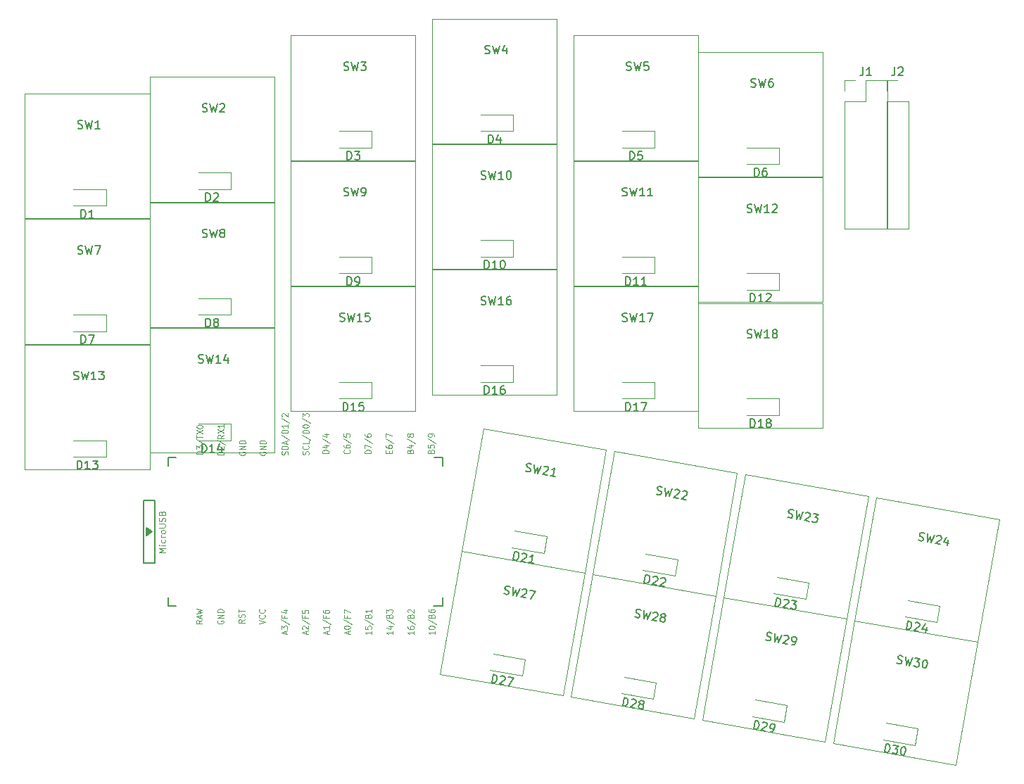
<source format=gbr>
%TF.GenerationSoftware,KiCad,Pcbnew,(5.1.9)-1*%
%TF.CreationDate,2021-08-30T11:16:40+09:00*%
%TF.ProjectId,007_SPLP,3030375f-5350-44c5-902e-6b696361645f,rev?*%
%TF.SameCoordinates,Original*%
%TF.FileFunction,Legend,Top*%
%TF.FilePolarity,Positive*%
%FSLAX46Y46*%
G04 Gerber Fmt 4.6, Leading zero omitted, Abs format (unit mm)*
G04 Created by KiCad (PCBNEW (5.1.9)-1) date 2021-08-30 11:16:40*
%MOMM*%
%LPD*%
G01*
G04 APERTURE LIST*
%ADD10C,0.120000*%
%ADD11C,0.150000*%
%ADD12C,0.125000*%
G04 APERTURE END LIST*
D10*
%TO.C,SW30*%
X138324430Y-152671766D02*
X135719708Y-167443882D01*
X135719708Y-167443882D02*
X150491824Y-170048604D01*
X150491824Y-170048604D02*
X153096546Y-155276488D01*
X153096546Y-155276488D02*
X138324430Y-152671766D01*
%TO.C,SW22*%
X109415305Y-132342909D02*
X106810583Y-147115025D01*
X106810583Y-147115025D02*
X121582699Y-149719747D01*
X121582699Y-149719747D02*
X124187421Y-134947631D01*
X124187421Y-134947631D02*
X109415305Y-132342909D01*
%TO.C,SW17*%
X119500000Y-112500000D02*
X104500000Y-112500000D01*
X119500000Y-127500000D02*
X119500000Y-112500000D01*
X104500000Y-127500000D02*
X119500000Y-127500000D01*
X104500000Y-112500000D02*
X104500000Y-127500000D01*
%TO.C,D24*%
X148186778Y-152887623D02*
X144346028Y-152210395D01*
X148534075Y-150918008D02*
X144693324Y-150240780D01*
X148186778Y-152887623D02*
X148534075Y-150918008D01*
%TO.C,SW24*%
X140929153Y-137899649D02*
X138324431Y-152671765D01*
X138324431Y-152671765D02*
X153096547Y-155276487D01*
X153096547Y-155276487D02*
X155701269Y-140504371D01*
X155701269Y-140504371D02*
X140929153Y-137899649D01*
%TO.C,D1*%
X48250000Y-102800000D02*
X44350000Y-102800000D01*
X48250000Y-100800000D02*
X44350000Y-100800000D01*
X48250000Y-102800000D02*
X48250000Y-100800000D01*
%TO.C,D2*%
X63250000Y-100800000D02*
X59350000Y-100800000D01*
X63250000Y-98800000D02*
X59350000Y-98800000D01*
X63250000Y-100800000D02*
X63250000Y-98800000D01*
%TO.C,D3*%
X80250000Y-95800000D02*
X76350000Y-95800000D01*
X80250000Y-93800000D02*
X76350000Y-93800000D01*
X80250000Y-95800000D02*
X80250000Y-93800000D01*
%TO.C,D4*%
X97250000Y-93800000D02*
X93350000Y-93800000D01*
X97250000Y-91800000D02*
X93350000Y-91800000D01*
X97250000Y-93800000D02*
X97250000Y-91800000D01*
%TO.C,D5*%
X114250000Y-95800000D02*
X114250000Y-93800000D01*
X114250000Y-93800000D02*
X110350000Y-93800000D01*
X114250000Y-95800000D02*
X110350000Y-95800000D01*
%TO.C,D6*%
X129250000Y-97800000D02*
X125350000Y-97800000D01*
X129250000Y-95800000D02*
X125350000Y-95800000D01*
X129250000Y-97800000D02*
X129250000Y-95800000D01*
%TO.C,D7*%
X48250000Y-117900000D02*
X48250000Y-115900000D01*
X48250000Y-115900000D02*
X44350000Y-115900000D01*
X48250000Y-117900000D02*
X44350000Y-117900000D01*
%TO.C,D8*%
X63250000Y-115900000D02*
X59350000Y-115900000D01*
X63250000Y-113900000D02*
X59350000Y-113900000D01*
X63250000Y-115900000D02*
X63250000Y-113900000D01*
%TO.C,D9*%
X80250000Y-110900000D02*
X80250000Y-108900000D01*
X80250000Y-108900000D02*
X76350000Y-108900000D01*
X80250000Y-110900000D02*
X76350000Y-110900000D01*
%TO.C,D10*%
X97250000Y-108900000D02*
X97250000Y-106900000D01*
X97250000Y-106900000D02*
X93350000Y-106900000D01*
X97250000Y-108900000D02*
X93350000Y-108900000D01*
%TO.C,D11*%
X114250000Y-110900000D02*
X114250000Y-108900000D01*
X114250000Y-108900000D02*
X110350000Y-108900000D01*
X114250000Y-110900000D02*
X110350000Y-110900000D01*
%TO.C,D12*%
X129250000Y-112900000D02*
X125350000Y-112900000D01*
X129250000Y-110900000D02*
X125350000Y-110900000D01*
X129250000Y-112900000D02*
X129250000Y-110900000D01*
%TO.C,D13*%
X48250000Y-133000000D02*
X48250000Y-131000000D01*
X48250000Y-131000000D02*
X44350000Y-131000000D01*
X48250000Y-133000000D02*
X44350000Y-133000000D01*
%TO.C,D14*%
X63250000Y-131000000D02*
X59350000Y-131000000D01*
X63250000Y-129000000D02*
X59350000Y-129000000D01*
X63250000Y-131000000D02*
X63250000Y-129000000D01*
%TO.C,D15*%
X80250000Y-126000000D02*
X76350000Y-126000000D01*
X80250000Y-124000000D02*
X76350000Y-124000000D01*
X80250000Y-126000000D02*
X80250000Y-124000000D01*
%TO.C,D16*%
X97250000Y-124000000D02*
X97250000Y-122000000D01*
X97250000Y-122000000D02*
X93350000Y-122000000D01*
X97250000Y-124000000D02*
X93350000Y-124000000D01*
%TO.C,D17*%
X114250000Y-126000000D02*
X114250000Y-124000000D01*
X114250000Y-124000000D02*
X110350000Y-124000000D01*
X114250000Y-126000000D02*
X110350000Y-126000000D01*
%TO.C,D18*%
X129250000Y-128000000D02*
X125350000Y-128000000D01*
X129250000Y-126000000D02*
X125350000Y-126000000D01*
X129250000Y-128000000D02*
X129250000Y-126000000D01*
%TO.C,D21*%
X100916006Y-144552511D02*
X101263303Y-142582896D01*
X101263303Y-142582896D02*
X97422552Y-141905668D01*
X100916006Y-144552511D02*
X97075256Y-143875283D01*
%TO.C,D22*%
X116672931Y-147330883D02*
X117020228Y-145361268D01*
X117020228Y-145361268D02*
X113179477Y-144684040D01*
X116672931Y-147330883D02*
X112832181Y-146653655D01*
%TO.C,D23*%
X132429854Y-150109252D02*
X128589104Y-149432024D01*
X132777151Y-148139637D02*
X128936400Y-147462409D01*
X132429854Y-150109252D02*
X132777151Y-148139637D01*
%TO.C,D27*%
X98311284Y-159324627D02*
X94470534Y-158647399D01*
X98658581Y-157355012D02*
X94817830Y-156677784D01*
X98311284Y-159324627D02*
X98658581Y-157355012D01*
%TO.C,D28*%
X114068207Y-162102998D02*
X110227457Y-161425770D01*
X114415504Y-160133383D02*
X110574753Y-159456155D01*
X114068207Y-162102998D02*
X114415504Y-160133383D01*
%TO.C,D29*%
X129825131Y-164881370D02*
X130172428Y-162911755D01*
X130172428Y-162911755D02*
X126331677Y-162234527D01*
X129825131Y-164881370D02*
X125984381Y-164204142D01*
%TO.C,D30*%
X145582055Y-167659740D02*
X141741305Y-166982512D01*
X145929352Y-165690125D02*
X142088601Y-165012897D01*
X145582055Y-167659740D02*
X145929352Y-165690125D01*
%TO.C,J1*%
X137070000Y-87670000D02*
X138400000Y-87670000D01*
X137070000Y-89000000D02*
X137070000Y-87670000D01*
X139670000Y-87670000D02*
X142270000Y-87670000D01*
X139670000Y-90270000D02*
X139670000Y-87670000D01*
X137070000Y-90270000D02*
X139670000Y-90270000D01*
X142270000Y-87670000D02*
X142270000Y-105570000D01*
X137070000Y-90270000D02*
X137070000Y-105570000D01*
X137070000Y-105570000D02*
X142270000Y-105570000D01*
%TO.C,J2*%
X142150000Y-87670000D02*
X143480000Y-87670000D01*
X142150000Y-89000000D02*
X142150000Y-87670000D01*
X142150000Y-90270000D02*
X144810000Y-90270000D01*
X144810000Y-90270000D02*
X144810000Y-105570000D01*
X142150000Y-90270000D02*
X142150000Y-105570000D01*
X142150000Y-105570000D02*
X144810000Y-105570000D01*
%TO.C,SW1*%
X53500000Y-89300000D02*
X38500000Y-89300000D01*
X53500000Y-104300000D02*
X53500000Y-89300000D01*
X38500000Y-104300000D02*
X53500000Y-104300000D01*
X38500000Y-89300000D02*
X38500000Y-104300000D01*
%TO.C,SW2*%
X53500000Y-87300000D02*
X53500000Y-102300000D01*
X53500000Y-102300000D02*
X68500000Y-102300000D01*
X68500000Y-102300000D02*
X68500000Y-87300000D01*
X68500000Y-87300000D02*
X53500000Y-87300000D01*
%TO.C,SW3*%
X85500000Y-82300000D02*
X70500000Y-82300000D01*
X85500000Y-97300000D02*
X85500000Y-82300000D01*
X70500000Y-97300000D02*
X85500000Y-97300000D01*
X70500000Y-82300000D02*
X70500000Y-97300000D01*
%TO.C,SW4*%
X102500000Y-80300000D02*
X87500000Y-80300000D01*
X102500000Y-95300000D02*
X102500000Y-80300000D01*
X87500000Y-95300000D02*
X102500000Y-95300000D01*
X87500000Y-80300000D02*
X87500000Y-95300000D01*
%TO.C,SW5*%
X104500000Y-82300000D02*
X104500000Y-97300000D01*
X104500000Y-97300000D02*
X119500000Y-97300000D01*
X119500000Y-97300000D02*
X119500000Y-82300000D01*
X119500000Y-82300000D02*
X104500000Y-82300000D01*
%TO.C,SW6*%
X119500000Y-84300000D02*
X119500000Y-99300000D01*
X119500000Y-99300000D02*
X134500000Y-99300000D01*
X134500000Y-99300000D02*
X134500000Y-84300000D01*
X134500000Y-84300000D02*
X119500000Y-84300000D01*
%TO.C,SW7*%
X53500000Y-104400000D02*
X38500000Y-104400000D01*
X53500000Y-119400000D02*
X53500000Y-104400000D01*
X38500000Y-119400000D02*
X53500000Y-119400000D01*
X38500000Y-104400000D02*
X38500000Y-119400000D01*
%TO.C,SW8*%
X68500000Y-102400000D02*
X53500000Y-102400000D01*
X68500000Y-117400000D02*
X68500000Y-102400000D01*
X53500000Y-117400000D02*
X68500000Y-117400000D01*
X53500000Y-102400000D02*
X53500000Y-117400000D01*
%TO.C,SW9*%
X70500000Y-97400000D02*
X70500000Y-112400000D01*
X70500000Y-112400000D02*
X85500000Y-112400000D01*
X85500000Y-112400000D02*
X85500000Y-97400000D01*
X85500000Y-97400000D02*
X70500000Y-97400000D01*
%TO.C,SW10*%
X102500000Y-95400000D02*
X87500000Y-95400000D01*
X102500000Y-110400000D02*
X102500000Y-95400000D01*
X87500000Y-110400000D02*
X102500000Y-110400000D01*
X87500000Y-95400000D02*
X87500000Y-110400000D01*
%TO.C,SW11*%
X104500000Y-97400000D02*
X104500000Y-112400000D01*
X104500000Y-112400000D02*
X119500000Y-112400000D01*
X119500000Y-112400000D02*
X119500000Y-97400000D01*
X119500000Y-97400000D02*
X104500000Y-97400000D01*
%TO.C,SW12*%
X134500000Y-99400000D02*
X119500000Y-99400000D01*
X134500000Y-114400000D02*
X134500000Y-99400000D01*
X119500000Y-114400000D02*
X134500000Y-114400000D01*
X119500000Y-99400000D02*
X119500000Y-114400000D01*
%TO.C,SW13*%
X53500000Y-119500000D02*
X38500000Y-119500000D01*
X53500000Y-134500000D02*
X53500000Y-119500000D01*
X38500000Y-134500000D02*
X53500000Y-134500000D01*
X38500000Y-119500000D02*
X38500000Y-134500000D01*
%TO.C,SW14*%
X53500000Y-117500000D02*
X53500000Y-132500000D01*
X53500000Y-132500000D02*
X68500000Y-132500000D01*
X68500000Y-132500000D02*
X68500000Y-117500000D01*
X68500000Y-117500000D02*
X53500000Y-117500000D01*
%TO.C,SW15*%
X85500000Y-112500000D02*
X70500000Y-112500000D01*
X85500000Y-127500000D02*
X85500000Y-112500000D01*
X70500000Y-127500000D02*
X85500000Y-127500000D01*
X70500000Y-112500000D02*
X70500000Y-127500000D01*
%TO.C,SW16*%
X87500000Y-110500000D02*
X87500000Y-125500000D01*
X87500000Y-125500000D02*
X102500000Y-125500000D01*
X102500000Y-125500000D02*
X102500000Y-110500000D01*
X102500000Y-110500000D02*
X87500000Y-110500000D01*
%TO.C,SW18*%
X134500000Y-114500000D02*
X119500000Y-114500000D01*
X134500000Y-129500000D02*
X134500000Y-114500000D01*
X119500000Y-129500000D02*
X134500000Y-129500000D01*
X119500000Y-114500000D02*
X119500000Y-129500000D01*
%TO.C,SW21*%
X108430497Y-132169259D02*
X93658381Y-129564537D01*
X105825775Y-146941375D02*
X108430497Y-132169259D01*
X91053659Y-144336653D02*
X105825775Y-146941375D01*
X93658381Y-129564537D02*
X91053659Y-144336653D01*
%TO.C,SW23*%
X139944345Y-137726001D02*
X125172229Y-135121279D01*
X137339623Y-152498117D02*
X139944345Y-137726001D01*
X122567507Y-149893395D02*
X137339623Y-152498117D01*
X125172229Y-135121279D02*
X122567507Y-149893395D01*
%TO.C,SW27*%
X105825774Y-146941375D02*
X91053658Y-144336653D01*
X103221052Y-161713491D02*
X105825774Y-146941375D01*
X88448936Y-159108769D02*
X103221052Y-161713491D01*
X91053658Y-144336653D02*
X88448936Y-159108769D01*
%TO.C,SW28*%
X106810583Y-147115024D02*
X104205861Y-161887140D01*
X104205861Y-161887140D02*
X118977977Y-164491862D01*
X118977977Y-164491862D02*
X121582699Y-149719746D01*
X121582699Y-149719746D02*
X106810583Y-147115024D01*
%TO.C,SW29*%
X137339622Y-152498117D02*
X122567506Y-149893395D01*
X134734900Y-167270233D02*
X137339622Y-152498117D01*
X119962784Y-164665511D02*
X134734900Y-167270233D01*
X122567506Y-149893395D02*
X119962784Y-164665511D01*
D11*
%TO.C,U1*%
X88750000Y-133100000D02*
X88750000Y-134110000D01*
X88750000Y-150900000D02*
X88750000Y-149900000D01*
X87750000Y-133100000D02*
X88750000Y-133100000D01*
X87700000Y-150900000D02*
X88750000Y-150900000D01*
X55700000Y-133100000D02*
X55700000Y-134050000D01*
X55700000Y-150900000D02*
X55700000Y-149900000D01*
X55700000Y-133100000D02*
X56700000Y-133100000D01*
X55700000Y-150900000D02*
X56700000Y-150900000D01*
X52800000Y-145750000D02*
X54100000Y-145750000D01*
X54100000Y-145750000D02*
X54100000Y-138250000D01*
X54100000Y-138250000D02*
X52800000Y-138250000D01*
X52800000Y-138250000D02*
X52800000Y-145750000D01*
X53150000Y-142500000D02*
X53150000Y-141500000D01*
X53150000Y-141500000D02*
X53800000Y-142000000D01*
X53800000Y-142000000D02*
X53150000Y-142500000D01*
X53300000Y-142350000D02*
X53300000Y-141650000D01*
X53450000Y-142250000D02*
X53450000Y-141750000D01*
X53600000Y-142150000D02*
X53600000Y-141850000D01*
%TO.C,SW30*%
X143403949Y-157786278D02*
X143536367Y-157857980D01*
X143770845Y-157899325D01*
X143872905Y-157868967D01*
X143928070Y-157830341D01*
X143991503Y-157744818D01*
X144008041Y-157651027D01*
X143977684Y-157548967D01*
X143939057Y-157493802D01*
X143853535Y-157430369D01*
X143674221Y-157350397D01*
X143588699Y-157286964D01*
X143550072Y-157231799D01*
X143519715Y-157129739D01*
X143536253Y-157035948D01*
X143599686Y-156950426D01*
X143654851Y-156911799D01*
X143756911Y-156881441D01*
X143991389Y-156922786D01*
X144123807Y-156994489D01*
X144460345Y-157005476D02*
X144521175Y-158031628D01*
X144832792Y-157361270D01*
X144896340Y-158097780D01*
X145304466Y-157154317D01*
X145585840Y-157203931D02*
X146195482Y-157311427D01*
X145801062Y-157628709D01*
X145941748Y-157653516D01*
X146027271Y-157716950D01*
X146065897Y-157772114D01*
X146096255Y-157874175D01*
X146054910Y-158108653D01*
X145991477Y-158194175D01*
X145936312Y-158232802D01*
X145834252Y-158263159D01*
X145552878Y-158213545D01*
X145467356Y-158150112D01*
X145428729Y-158094947D01*
X146805125Y-157418924D02*
X146898917Y-157435462D01*
X146984439Y-157498895D01*
X147023065Y-157554060D01*
X147053423Y-157656120D01*
X147067243Y-157851971D01*
X147025898Y-158086449D01*
X146945927Y-158265763D01*
X146882493Y-158351285D01*
X146827329Y-158389912D01*
X146725268Y-158420269D01*
X146631477Y-158403732D01*
X146545955Y-158340298D01*
X146507328Y-158285133D01*
X146476971Y-158183073D01*
X146463151Y-157987222D01*
X146504496Y-157752744D01*
X146584467Y-157573430D01*
X146647901Y-157487908D01*
X146703065Y-157449281D01*
X146805125Y-157418924D01*
%TO.C,SW22*%
X114494824Y-137457421D02*
X114627242Y-137529123D01*
X114861720Y-137570468D01*
X114963780Y-137540110D01*
X115018945Y-137501484D01*
X115082378Y-137415961D01*
X115098916Y-137322170D01*
X115068559Y-137220110D01*
X115029932Y-137164945D01*
X114944410Y-137101512D01*
X114765096Y-137021540D01*
X114679574Y-136958107D01*
X114640947Y-136902942D01*
X114610590Y-136800882D01*
X114627128Y-136707091D01*
X114690561Y-136621569D01*
X114745726Y-136582942D01*
X114847786Y-136552584D01*
X115082264Y-136593929D01*
X115214682Y-136665632D01*
X115551220Y-136676619D02*
X115612050Y-137702771D01*
X115923667Y-137032413D01*
X115987215Y-137768923D01*
X116395341Y-136825460D01*
X116707072Y-136977134D02*
X116762237Y-136938507D01*
X116864297Y-136908150D01*
X117098775Y-136949494D01*
X117184297Y-137012928D01*
X117222924Y-137068093D01*
X117253282Y-137170153D01*
X117236744Y-137263944D01*
X117165041Y-137396362D01*
X116503066Y-137859882D01*
X117112709Y-137967378D01*
X117644984Y-137142513D02*
X117700149Y-137103887D01*
X117802209Y-137073529D01*
X118036687Y-137114874D01*
X118122209Y-137178307D01*
X118160836Y-137233472D01*
X118191194Y-137335532D01*
X118174656Y-137429323D01*
X118102953Y-137561741D01*
X117440979Y-138025261D01*
X118050621Y-138132757D01*
%TO.C,SW17*%
X110390476Y-116654761D02*
X110533333Y-116702380D01*
X110771428Y-116702380D01*
X110866666Y-116654761D01*
X110914285Y-116607142D01*
X110961904Y-116511904D01*
X110961904Y-116416666D01*
X110914285Y-116321428D01*
X110866666Y-116273809D01*
X110771428Y-116226190D01*
X110580952Y-116178571D01*
X110485714Y-116130952D01*
X110438095Y-116083333D01*
X110390476Y-115988095D01*
X110390476Y-115892857D01*
X110438095Y-115797619D01*
X110485714Y-115750000D01*
X110580952Y-115702380D01*
X110819047Y-115702380D01*
X110961904Y-115750000D01*
X111295238Y-115702380D02*
X111533333Y-116702380D01*
X111723809Y-115988095D01*
X111914285Y-116702380D01*
X112152380Y-115702380D01*
X113057142Y-116702380D02*
X112485714Y-116702380D01*
X112771428Y-116702380D02*
X112771428Y-115702380D01*
X112676190Y-115845238D01*
X112580952Y-115940476D01*
X112485714Y-115988095D01*
X113390476Y-115702380D02*
X114057142Y-115702380D01*
X113628571Y-116702380D01*
%TO.C,D24*%
X144522919Y-153716372D02*
X144696568Y-152731565D01*
X144931046Y-152772909D01*
X145063463Y-152844612D01*
X145140717Y-152954941D01*
X145171074Y-153057001D01*
X145184894Y-153252853D01*
X145160087Y-153393539D01*
X145080116Y-153572853D01*
X145016682Y-153658375D01*
X144906353Y-153735628D01*
X144757397Y-153757717D01*
X144522919Y-153716372D01*
X145617942Y-152990735D02*
X145673106Y-152952108D01*
X145775167Y-152921751D01*
X146009645Y-152963095D01*
X146095167Y-153026529D01*
X146133793Y-153081694D01*
X146164151Y-153183754D01*
X146147613Y-153277545D01*
X146075911Y-153409963D01*
X145413936Y-153873483D01*
X146023579Y-153980979D01*
X146983465Y-153473282D02*
X146867700Y-154129820D01*
X146815139Y-153056772D02*
X146456626Y-153718861D01*
X147066269Y-153826358D01*
%TO.C,SW24*%
X146008672Y-143014161D02*
X146141090Y-143085863D01*
X146375568Y-143127208D01*
X146477628Y-143096850D01*
X146532793Y-143058224D01*
X146596226Y-142972701D01*
X146612764Y-142878910D01*
X146582407Y-142776850D01*
X146543780Y-142721685D01*
X146458258Y-142658252D01*
X146278944Y-142578280D01*
X146193422Y-142514847D01*
X146154795Y-142459682D01*
X146124438Y-142357622D01*
X146140976Y-142263831D01*
X146204409Y-142178309D01*
X146259574Y-142139682D01*
X146361634Y-142109324D01*
X146596112Y-142150669D01*
X146728530Y-142222372D01*
X147065068Y-142233359D02*
X147125898Y-143259511D01*
X147437515Y-142589153D01*
X147501063Y-143325663D01*
X147909189Y-142382200D01*
X148220920Y-142533874D02*
X148276085Y-142495247D01*
X148378145Y-142464890D01*
X148612623Y-142506234D01*
X148698145Y-142569668D01*
X148736772Y-142624833D01*
X148767130Y-142726893D01*
X148750592Y-142820684D01*
X148678889Y-142953102D01*
X148016914Y-143416622D01*
X148626557Y-143524118D01*
X149586444Y-143016421D02*
X149470678Y-143672959D01*
X149418117Y-142599911D02*
X149059605Y-143262001D01*
X149669248Y-143369497D01*
%TO.C,D1*%
X45261904Y-104252380D02*
X45261904Y-103252380D01*
X45500000Y-103252380D01*
X45642857Y-103300000D01*
X45738095Y-103395238D01*
X45785714Y-103490476D01*
X45833333Y-103680952D01*
X45833333Y-103823809D01*
X45785714Y-104014285D01*
X45738095Y-104109523D01*
X45642857Y-104204761D01*
X45500000Y-104252380D01*
X45261904Y-104252380D01*
X46785714Y-104252380D02*
X46214285Y-104252380D01*
X46500000Y-104252380D02*
X46500000Y-103252380D01*
X46404761Y-103395238D01*
X46309523Y-103490476D01*
X46214285Y-103538095D01*
%TO.C,D2*%
X60261904Y-102252380D02*
X60261904Y-101252380D01*
X60500000Y-101252380D01*
X60642857Y-101300000D01*
X60738095Y-101395238D01*
X60785714Y-101490476D01*
X60833333Y-101680952D01*
X60833333Y-101823809D01*
X60785714Y-102014285D01*
X60738095Y-102109523D01*
X60642857Y-102204761D01*
X60500000Y-102252380D01*
X60261904Y-102252380D01*
X61214285Y-101347619D02*
X61261904Y-101300000D01*
X61357142Y-101252380D01*
X61595238Y-101252380D01*
X61690476Y-101300000D01*
X61738095Y-101347619D01*
X61785714Y-101442857D01*
X61785714Y-101538095D01*
X61738095Y-101680952D01*
X61166666Y-102252380D01*
X61785714Y-102252380D01*
%TO.C,D3*%
X77261904Y-97252380D02*
X77261904Y-96252380D01*
X77500000Y-96252380D01*
X77642857Y-96300000D01*
X77738095Y-96395238D01*
X77785714Y-96490476D01*
X77833333Y-96680952D01*
X77833333Y-96823809D01*
X77785714Y-97014285D01*
X77738095Y-97109523D01*
X77642857Y-97204761D01*
X77500000Y-97252380D01*
X77261904Y-97252380D01*
X78166666Y-96252380D02*
X78785714Y-96252380D01*
X78452380Y-96633333D01*
X78595238Y-96633333D01*
X78690476Y-96680952D01*
X78738095Y-96728571D01*
X78785714Y-96823809D01*
X78785714Y-97061904D01*
X78738095Y-97157142D01*
X78690476Y-97204761D01*
X78595238Y-97252380D01*
X78309523Y-97252380D01*
X78214285Y-97204761D01*
X78166666Y-97157142D01*
%TO.C,D4*%
X94261904Y-95252380D02*
X94261904Y-94252380D01*
X94500000Y-94252380D01*
X94642857Y-94300000D01*
X94738095Y-94395238D01*
X94785714Y-94490476D01*
X94833333Y-94680952D01*
X94833333Y-94823809D01*
X94785714Y-95014285D01*
X94738095Y-95109523D01*
X94642857Y-95204761D01*
X94500000Y-95252380D01*
X94261904Y-95252380D01*
X95690476Y-94585714D02*
X95690476Y-95252380D01*
X95452380Y-94204761D02*
X95214285Y-94919047D01*
X95833333Y-94919047D01*
%TO.C,D5*%
X111261904Y-97252380D02*
X111261904Y-96252380D01*
X111500000Y-96252380D01*
X111642857Y-96300000D01*
X111738095Y-96395238D01*
X111785714Y-96490476D01*
X111833333Y-96680952D01*
X111833333Y-96823809D01*
X111785714Y-97014285D01*
X111738095Y-97109523D01*
X111642857Y-97204761D01*
X111500000Y-97252380D01*
X111261904Y-97252380D01*
X112738095Y-96252380D02*
X112261904Y-96252380D01*
X112214285Y-96728571D01*
X112261904Y-96680952D01*
X112357142Y-96633333D01*
X112595238Y-96633333D01*
X112690476Y-96680952D01*
X112738095Y-96728571D01*
X112785714Y-96823809D01*
X112785714Y-97061904D01*
X112738095Y-97157142D01*
X112690476Y-97204761D01*
X112595238Y-97252380D01*
X112357142Y-97252380D01*
X112261904Y-97204761D01*
X112214285Y-97157142D01*
%TO.C,D6*%
X126261904Y-99252380D02*
X126261904Y-98252380D01*
X126500000Y-98252380D01*
X126642857Y-98300000D01*
X126738095Y-98395238D01*
X126785714Y-98490476D01*
X126833333Y-98680952D01*
X126833333Y-98823809D01*
X126785714Y-99014285D01*
X126738095Y-99109523D01*
X126642857Y-99204761D01*
X126500000Y-99252380D01*
X126261904Y-99252380D01*
X127690476Y-98252380D02*
X127500000Y-98252380D01*
X127404761Y-98300000D01*
X127357142Y-98347619D01*
X127261904Y-98490476D01*
X127214285Y-98680952D01*
X127214285Y-99061904D01*
X127261904Y-99157142D01*
X127309523Y-99204761D01*
X127404761Y-99252380D01*
X127595238Y-99252380D01*
X127690476Y-99204761D01*
X127738095Y-99157142D01*
X127785714Y-99061904D01*
X127785714Y-98823809D01*
X127738095Y-98728571D01*
X127690476Y-98680952D01*
X127595238Y-98633333D01*
X127404761Y-98633333D01*
X127309523Y-98680952D01*
X127261904Y-98728571D01*
X127214285Y-98823809D01*
%TO.C,D7*%
X45261904Y-119352380D02*
X45261904Y-118352380D01*
X45500000Y-118352380D01*
X45642857Y-118400000D01*
X45738095Y-118495238D01*
X45785714Y-118590476D01*
X45833333Y-118780952D01*
X45833333Y-118923809D01*
X45785714Y-119114285D01*
X45738095Y-119209523D01*
X45642857Y-119304761D01*
X45500000Y-119352380D01*
X45261904Y-119352380D01*
X46166666Y-118352380D02*
X46833333Y-118352380D01*
X46404761Y-119352380D01*
%TO.C,D8*%
X60261904Y-117352380D02*
X60261904Y-116352380D01*
X60500000Y-116352380D01*
X60642857Y-116400000D01*
X60738095Y-116495238D01*
X60785714Y-116590476D01*
X60833333Y-116780952D01*
X60833333Y-116923809D01*
X60785714Y-117114285D01*
X60738095Y-117209523D01*
X60642857Y-117304761D01*
X60500000Y-117352380D01*
X60261904Y-117352380D01*
X61404761Y-116780952D02*
X61309523Y-116733333D01*
X61261904Y-116685714D01*
X61214285Y-116590476D01*
X61214285Y-116542857D01*
X61261904Y-116447619D01*
X61309523Y-116400000D01*
X61404761Y-116352380D01*
X61595238Y-116352380D01*
X61690476Y-116400000D01*
X61738095Y-116447619D01*
X61785714Y-116542857D01*
X61785714Y-116590476D01*
X61738095Y-116685714D01*
X61690476Y-116733333D01*
X61595238Y-116780952D01*
X61404761Y-116780952D01*
X61309523Y-116828571D01*
X61261904Y-116876190D01*
X61214285Y-116971428D01*
X61214285Y-117161904D01*
X61261904Y-117257142D01*
X61309523Y-117304761D01*
X61404761Y-117352380D01*
X61595238Y-117352380D01*
X61690476Y-117304761D01*
X61738095Y-117257142D01*
X61785714Y-117161904D01*
X61785714Y-116971428D01*
X61738095Y-116876190D01*
X61690476Y-116828571D01*
X61595238Y-116780952D01*
%TO.C,D9*%
X77261904Y-112352380D02*
X77261904Y-111352380D01*
X77500000Y-111352380D01*
X77642857Y-111400000D01*
X77738095Y-111495238D01*
X77785714Y-111590476D01*
X77833333Y-111780952D01*
X77833333Y-111923809D01*
X77785714Y-112114285D01*
X77738095Y-112209523D01*
X77642857Y-112304761D01*
X77500000Y-112352380D01*
X77261904Y-112352380D01*
X78309523Y-112352380D02*
X78500000Y-112352380D01*
X78595238Y-112304761D01*
X78642857Y-112257142D01*
X78738095Y-112114285D01*
X78785714Y-111923809D01*
X78785714Y-111542857D01*
X78738095Y-111447619D01*
X78690476Y-111400000D01*
X78595238Y-111352380D01*
X78404761Y-111352380D01*
X78309523Y-111400000D01*
X78261904Y-111447619D01*
X78214285Y-111542857D01*
X78214285Y-111780952D01*
X78261904Y-111876190D01*
X78309523Y-111923809D01*
X78404761Y-111971428D01*
X78595238Y-111971428D01*
X78690476Y-111923809D01*
X78738095Y-111876190D01*
X78785714Y-111780952D01*
%TO.C,D10*%
X93785714Y-110352380D02*
X93785714Y-109352380D01*
X94023809Y-109352380D01*
X94166666Y-109400000D01*
X94261904Y-109495238D01*
X94309523Y-109590476D01*
X94357142Y-109780952D01*
X94357142Y-109923809D01*
X94309523Y-110114285D01*
X94261904Y-110209523D01*
X94166666Y-110304761D01*
X94023809Y-110352380D01*
X93785714Y-110352380D01*
X95309523Y-110352380D02*
X94738095Y-110352380D01*
X95023809Y-110352380D02*
X95023809Y-109352380D01*
X94928571Y-109495238D01*
X94833333Y-109590476D01*
X94738095Y-109638095D01*
X95928571Y-109352380D02*
X96023809Y-109352380D01*
X96119047Y-109400000D01*
X96166666Y-109447619D01*
X96214285Y-109542857D01*
X96261904Y-109733333D01*
X96261904Y-109971428D01*
X96214285Y-110161904D01*
X96166666Y-110257142D01*
X96119047Y-110304761D01*
X96023809Y-110352380D01*
X95928571Y-110352380D01*
X95833333Y-110304761D01*
X95785714Y-110257142D01*
X95738095Y-110161904D01*
X95690476Y-109971428D01*
X95690476Y-109733333D01*
X95738095Y-109542857D01*
X95785714Y-109447619D01*
X95833333Y-109400000D01*
X95928571Y-109352380D01*
%TO.C,D11*%
X110785714Y-112352380D02*
X110785714Y-111352380D01*
X111023809Y-111352380D01*
X111166666Y-111400000D01*
X111261904Y-111495238D01*
X111309523Y-111590476D01*
X111357142Y-111780952D01*
X111357142Y-111923809D01*
X111309523Y-112114285D01*
X111261904Y-112209523D01*
X111166666Y-112304761D01*
X111023809Y-112352380D01*
X110785714Y-112352380D01*
X112309523Y-112352380D02*
X111738095Y-112352380D01*
X112023809Y-112352380D02*
X112023809Y-111352380D01*
X111928571Y-111495238D01*
X111833333Y-111590476D01*
X111738095Y-111638095D01*
X113261904Y-112352380D02*
X112690476Y-112352380D01*
X112976190Y-112352380D02*
X112976190Y-111352380D01*
X112880952Y-111495238D01*
X112785714Y-111590476D01*
X112690476Y-111638095D01*
%TO.C,D12*%
X125785714Y-114352380D02*
X125785714Y-113352380D01*
X126023809Y-113352380D01*
X126166666Y-113400000D01*
X126261904Y-113495238D01*
X126309523Y-113590476D01*
X126357142Y-113780952D01*
X126357142Y-113923809D01*
X126309523Y-114114285D01*
X126261904Y-114209523D01*
X126166666Y-114304761D01*
X126023809Y-114352380D01*
X125785714Y-114352380D01*
X127309523Y-114352380D02*
X126738095Y-114352380D01*
X127023809Y-114352380D02*
X127023809Y-113352380D01*
X126928571Y-113495238D01*
X126833333Y-113590476D01*
X126738095Y-113638095D01*
X127690476Y-113447619D02*
X127738095Y-113400000D01*
X127833333Y-113352380D01*
X128071428Y-113352380D01*
X128166666Y-113400000D01*
X128214285Y-113447619D01*
X128261904Y-113542857D01*
X128261904Y-113638095D01*
X128214285Y-113780952D01*
X127642857Y-114352380D01*
X128261904Y-114352380D01*
%TO.C,D13*%
X44785714Y-134452380D02*
X44785714Y-133452380D01*
X45023809Y-133452380D01*
X45166666Y-133500000D01*
X45261904Y-133595238D01*
X45309523Y-133690476D01*
X45357142Y-133880952D01*
X45357142Y-134023809D01*
X45309523Y-134214285D01*
X45261904Y-134309523D01*
X45166666Y-134404761D01*
X45023809Y-134452380D01*
X44785714Y-134452380D01*
X46309523Y-134452380D02*
X45738095Y-134452380D01*
X46023809Y-134452380D02*
X46023809Y-133452380D01*
X45928571Y-133595238D01*
X45833333Y-133690476D01*
X45738095Y-133738095D01*
X46642857Y-133452380D02*
X47261904Y-133452380D01*
X46928571Y-133833333D01*
X47071428Y-133833333D01*
X47166666Y-133880952D01*
X47214285Y-133928571D01*
X47261904Y-134023809D01*
X47261904Y-134261904D01*
X47214285Y-134357142D01*
X47166666Y-134404761D01*
X47071428Y-134452380D01*
X46785714Y-134452380D01*
X46690476Y-134404761D01*
X46642857Y-134357142D01*
%TO.C,D14*%
X59785714Y-132452380D02*
X59785714Y-131452380D01*
X60023809Y-131452380D01*
X60166666Y-131500000D01*
X60261904Y-131595238D01*
X60309523Y-131690476D01*
X60357142Y-131880952D01*
X60357142Y-132023809D01*
X60309523Y-132214285D01*
X60261904Y-132309523D01*
X60166666Y-132404761D01*
X60023809Y-132452380D01*
X59785714Y-132452380D01*
X61309523Y-132452380D02*
X60738095Y-132452380D01*
X61023809Y-132452380D02*
X61023809Y-131452380D01*
X60928571Y-131595238D01*
X60833333Y-131690476D01*
X60738095Y-131738095D01*
X62166666Y-131785714D02*
X62166666Y-132452380D01*
X61928571Y-131404761D02*
X61690476Y-132119047D01*
X62309523Y-132119047D01*
%TO.C,D15*%
X76785714Y-127452380D02*
X76785714Y-126452380D01*
X77023809Y-126452380D01*
X77166666Y-126500000D01*
X77261904Y-126595238D01*
X77309523Y-126690476D01*
X77357142Y-126880952D01*
X77357142Y-127023809D01*
X77309523Y-127214285D01*
X77261904Y-127309523D01*
X77166666Y-127404761D01*
X77023809Y-127452380D01*
X76785714Y-127452380D01*
X78309523Y-127452380D02*
X77738095Y-127452380D01*
X78023809Y-127452380D02*
X78023809Y-126452380D01*
X77928571Y-126595238D01*
X77833333Y-126690476D01*
X77738095Y-126738095D01*
X79214285Y-126452380D02*
X78738095Y-126452380D01*
X78690476Y-126928571D01*
X78738095Y-126880952D01*
X78833333Y-126833333D01*
X79071428Y-126833333D01*
X79166666Y-126880952D01*
X79214285Y-126928571D01*
X79261904Y-127023809D01*
X79261904Y-127261904D01*
X79214285Y-127357142D01*
X79166666Y-127404761D01*
X79071428Y-127452380D01*
X78833333Y-127452380D01*
X78738095Y-127404761D01*
X78690476Y-127357142D01*
%TO.C,D16*%
X93785714Y-125452380D02*
X93785714Y-124452380D01*
X94023809Y-124452380D01*
X94166666Y-124500000D01*
X94261904Y-124595238D01*
X94309523Y-124690476D01*
X94357142Y-124880952D01*
X94357142Y-125023809D01*
X94309523Y-125214285D01*
X94261904Y-125309523D01*
X94166666Y-125404761D01*
X94023809Y-125452380D01*
X93785714Y-125452380D01*
X95309523Y-125452380D02*
X94738095Y-125452380D01*
X95023809Y-125452380D02*
X95023809Y-124452380D01*
X94928571Y-124595238D01*
X94833333Y-124690476D01*
X94738095Y-124738095D01*
X96166666Y-124452380D02*
X95976190Y-124452380D01*
X95880952Y-124500000D01*
X95833333Y-124547619D01*
X95738095Y-124690476D01*
X95690476Y-124880952D01*
X95690476Y-125261904D01*
X95738095Y-125357142D01*
X95785714Y-125404761D01*
X95880952Y-125452380D01*
X96071428Y-125452380D01*
X96166666Y-125404761D01*
X96214285Y-125357142D01*
X96261904Y-125261904D01*
X96261904Y-125023809D01*
X96214285Y-124928571D01*
X96166666Y-124880952D01*
X96071428Y-124833333D01*
X95880952Y-124833333D01*
X95785714Y-124880952D01*
X95738095Y-124928571D01*
X95690476Y-125023809D01*
%TO.C,D17*%
X110785714Y-127452380D02*
X110785714Y-126452380D01*
X111023809Y-126452380D01*
X111166666Y-126500000D01*
X111261904Y-126595238D01*
X111309523Y-126690476D01*
X111357142Y-126880952D01*
X111357142Y-127023809D01*
X111309523Y-127214285D01*
X111261904Y-127309523D01*
X111166666Y-127404761D01*
X111023809Y-127452380D01*
X110785714Y-127452380D01*
X112309523Y-127452380D02*
X111738095Y-127452380D01*
X112023809Y-127452380D02*
X112023809Y-126452380D01*
X111928571Y-126595238D01*
X111833333Y-126690476D01*
X111738095Y-126738095D01*
X112642857Y-126452380D02*
X113309523Y-126452380D01*
X112880952Y-127452380D01*
%TO.C,D18*%
X125785714Y-129452380D02*
X125785714Y-128452380D01*
X126023809Y-128452380D01*
X126166666Y-128500000D01*
X126261904Y-128595238D01*
X126309523Y-128690476D01*
X126357142Y-128880952D01*
X126357142Y-129023809D01*
X126309523Y-129214285D01*
X126261904Y-129309523D01*
X126166666Y-129404761D01*
X126023809Y-129452380D01*
X125785714Y-129452380D01*
X127309523Y-129452380D02*
X126738095Y-129452380D01*
X127023809Y-129452380D02*
X127023809Y-128452380D01*
X126928571Y-128595238D01*
X126833333Y-128690476D01*
X126738095Y-128738095D01*
X127880952Y-128880952D02*
X127785714Y-128833333D01*
X127738095Y-128785714D01*
X127690476Y-128690476D01*
X127690476Y-128642857D01*
X127738095Y-128547619D01*
X127785714Y-128500000D01*
X127880952Y-128452380D01*
X128071428Y-128452380D01*
X128166666Y-128500000D01*
X128214285Y-128547619D01*
X128261904Y-128642857D01*
X128261904Y-128690476D01*
X128214285Y-128785714D01*
X128166666Y-128833333D01*
X128071428Y-128880952D01*
X127880952Y-128880952D01*
X127785714Y-128928571D01*
X127738095Y-128976190D01*
X127690476Y-129071428D01*
X127690476Y-129261904D01*
X127738095Y-129357142D01*
X127785714Y-129404761D01*
X127880952Y-129452380D01*
X128071428Y-129452380D01*
X128166666Y-129404761D01*
X128214285Y-129357142D01*
X128261904Y-129261904D01*
X128261904Y-129071428D01*
X128214285Y-128976190D01*
X128166666Y-128928571D01*
X128071428Y-128880952D01*
%TO.C,D21*%
X97252147Y-145381260D02*
X97425796Y-144396453D01*
X97660274Y-144437797D01*
X97792691Y-144509500D01*
X97869945Y-144619829D01*
X97900302Y-144721889D01*
X97914122Y-144917741D01*
X97889315Y-145058427D01*
X97809344Y-145237741D01*
X97745910Y-145323263D01*
X97635581Y-145400516D01*
X97486625Y-145422605D01*
X97252147Y-145381260D01*
X98347170Y-144655623D02*
X98402334Y-144616996D01*
X98504395Y-144586639D01*
X98738873Y-144627983D01*
X98824395Y-144691417D01*
X98863021Y-144746582D01*
X98893379Y-144848642D01*
X98876841Y-144942433D01*
X98805139Y-145074851D01*
X98143164Y-145538371D01*
X98752807Y-145645867D01*
X99690719Y-145811246D02*
X99127972Y-145712019D01*
X99409345Y-145761632D02*
X99582993Y-144776825D01*
X99464395Y-144900974D01*
X99354066Y-144978227D01*
X99252006Y-145008585D01*
%TO.C,D22*%
X113009072Y-148159632D02*
X113182721Y-147174825D01*
X113417199Y-147216169D01*
X113549616Y-147287872D01*
X113626870Y-147398201D01*
X113657227Y-147500261D01*
X113671047Y-147696113D01*
X113646240Y-147836799D01*
X113566269Y-148016113D01*
X113502835Y-148101635D01*
X113392506Y-148178888D01*
X113243550Y-148200977D01*
X113009072Y-148159632D01*
X114104095Y-147433995D02*
X114159259Y-147395368D01*
X114261320Y-147365011D01*
X114495798Y-147406355D01*
X114581320Y-147469789D01*
X114619946Y-147524954D01*
X114650304Y-147627014D01*
X114633766Y-147720805D01*
X114562064Y-147853223D01*
X113900089Y-148316743D01*
X114509732Y-148424239D01*
X115042007Y-147599374D02*
X115097172Y-147560748D01*
X115199232Y-147530390D01*
X115433710Y-147571735D01*
X115519232Y-147635168D01*
X115557859Y-147690333D01*
X115588216Y-147792393D01*
X115571678Y-147886184D01*
X115499976Y-148018602D01*
X114838001Y-148482122D01*
X115447644Y-148589618D01*
%TO.C,D23*%
X128765995Y-150938001D02*
X128939644Y-149953194D01*
X129174122Y-149994538D01*
X129306539Y-150066241D01*
X129383793Y-150176570D01*
X129414150Y-150278630D01*
X129427970Y-150474482D01*
X129403163Y-150615168D01*
X129323192Y-150794482D01*
X129259758Y-150880004D01*
X129149429Y-150957257D01*
X129000473Y-150979346D01*
X128765995Y-150938001D01*
X129861018Y-150212364D02*
X129916182Y-150173737D01*
X130018243Y-150143380D01*
X130252721Y-150184724D01*
X130338243Y-150248158D01*
X130376869Y-150303323D01*
X130407227Y-150405383D01*
X130390689Y-150499174D01*
X130318987Y-150631592D01*
X129657012Y-151095112D01*
X130266655Y-151202608D01*
X130768572Y-150275683D02*
X131378215Y-150383179D01*
X130983794Y-150700462D01*
X131124481Y-150725268D01*
X131210003Y-150788702D01*
X131248630Y-150843867D01*
X131278988Y-150945927D01*
X131237643Y-151180405D01*
X131174209Y-151265927D01*
X131119045Y-151304554D01*
X131016985Y-151334911D01*
X130735611Y-151285298D01*
X130650089Y-151221864D01*
X130611462Y-151166700D01*
%TO.C,D27*%
X94647425Y-160153376D02*
X94821074Y-159168569D01*
X95055552Y-159209913D01*
X95187969Y-159281616D01*
X95265223Y-159391945D01*
X95295580Y-159494005D01*
X95309400Y-159689857D01*
X95284593Y-159830543D01*
X95204622Y-160009857D01*
X95141188Y-160095379D01*
X95030859Y-160172632D01*
X94881903Y-160194721D01*
X94647425Y-160153376D01*
X95742448Y-159427739D02*
X95797612Y-159389112D01*
X95899673Y-159358755D01*
X96134151Y-159400099D01*
X96219673Y-159463533D01*
X96258299Y-159518698D01*
X96288657Y-159620758D01*
X96272119Y-159714549D01*
X96200417Y-159846967D01*
X95538442Y-160310487D01*
X96148085Y-160417983D01*
X96650002Y-159491058D02*
X97306541Y-159606823D01*
X96710832Y-160517211D01*
%TO.C,D28*%
X110404348Y-162931747D02*
X110577997Y-161946940D01*
X110812475Y-161988284D01*
X110944892Y-162059987D01*
X111022146Y-162170316D01*
X111052503Y-162272376D01*
X111066323Y-162468228D01*
X111041516Y-162608914D01*
X110961545Y-162788228D01*
X110898111Y-162873750D01*
X110787782Y-162951003D01*
X110638826Y-162973092D01*
X110404348Y-162931747D01*
X111499371Y-162206110D02*
X111554535Y-162167483D01*
X111656596Y-162137126D01*
X111891074Y-162178470D01*
X111976596Y-162241904D01*
X112015222Y-162297069D01*
X112045580Y-162399129D01*
X112029042Y-162492920D01*
X111957340Y-162625338D01*
X111295365Y-163088858D01*
X111905008Y-163196354D01*
X112566983Y-162732834D02*
X112481460Y-162669401D01*
X112442834Y-162614236D01*
X112412476Y-162512176D01*
X112420745Y-162465280D01*
X112484179Y-162379758D01*
X112539343Y-162341131D01*
X112641403Y-162310774D01*
X112828986Y-162343850D01*
X112914508Y-162407283D01*
X112953135Y-162462448D01*
X112983492Y-162564508D01*
X112975223Y-162611404D01*
X112911790Y-162696926D01*
X112856625Y-162735552D01*
X112754565Y-162765910D01*
X112566983Y-162732834D01*
X112464922Y-162763192D01*
X112409758Y-162801819D01*
X112346324Y-162887341D01*
X112313249Y-163074923D01*
X112343606Y-163176983D01*
X112382233Y-163232148D01*
X112467755Y-163295582D01*
X112655338Y-163328657D01*
X112757398Y-163298300D01*
X112812562Y-163259673D01*
X112875996Y-163174151D01*
X112909072Y-162986568D01*
X112878714Y-162884508D01*
X112840087Y-162829344D01*
X112754565Y-162765910D01*
%TO.C,D29*%
X126161272Y-165710119D02*
X126334921Y-164725312D01*
X126569399Y-164766656D01*
X126701816Y-164838359D01*
X126779070Y-164948688D01*
X126809427Y-165050748D01*
X126823247Y-165246600D01*
X126798440Y-165387286D01*
X126718469Y-165566600D01*
X126655035Y-165652122D01*
X126544706Y-165729375D01*
X126395750Y-165751464D01*
X126161272Y-165710119D01*
X127256295Y-164984482D02*
X127311459Y-164945855D01*
X127413520Y-164915498D01*
X127647998Y-164956842D01*
X127733520Y-165020276D01*
X127772146Y-165075441D01*
X127802504Y-165177501D01*
X127785966Y-165271292D01*
X127714264Y-165403710D01*
X127052289Y-165867230D01*
X127661932Y-165974726D01*
X128130888Y-166057416D02*
X128318470Y-166090491D01*
X128420530Y-166060134D01*
X128475695Y-166021507D01*
X128594293Y-165897358D01*
X128674265Y-165718045D01*
X128740416Y-165342880D01*
X128710059Y-165240820D01*
X128671432Y-165185655D01*
X128585910Y-165122222D01*
X128398327Y-165089146D01*
X128296267Y-165119503D01*
X128241103Y-165158130D01*
X128177669Y-165243652D01*
X128136324Y-165478130D01*
X128166682Y-165580191D01*
X128205309Y-165635355D01*
X128290831Y-165698789D01*
X128478413Y-165731865D01*
X128580473Y-165701507D01*
X128635638Y-165662880D01*
X128699071Y-165577358D01*
%TO.C,D30*%
X141918196Y-168488489D02*
X142091845Y-167503682D01*
X142326323Y-167545026D01*
X142458740Y-167616729D01*
X142535994Y-167727058D01*
X142566351Y-167829118D01*
X142580171Y-168024970D01*
X142555364Y-168165656D01*
X142475393Y-168344970D01*
X142411959Y-168430492D01*
X142301630Y-168507745D01*
X142152674Y-168529834D01*
X141918196Y-168488489D01*
X142982861Y-167660792D02*
X143592504Y-167768288D01*
X143198083Y-168085570D01*
X143338770Y-168110377D01*
X143424292Y-168173811D01*
X143462919Y-168228975D01*
X143493276Y-168331036D01*
X143451932Y-168565514D01*
X143388498Y-168651036D01*
X143333334Y-168689662D01*
X143231273Y-168720020D01*
X142949900Y-168670406D01*
X142864377Y-168606973D01*
X142825751Y-168551808D01*
X144202147Y-167875785D02*
X144295938Y-167892323D01*
X144381460Y-167955756D01*
X144420087Y-168010921D01*
X144450445Y-168112981D01*
X144464264Y-168308832D01*
X144422920Y-168543310D01*
X144342948Y-168722624D01*
X144279515Y-168808146D01*
X144224350Y-168846773D01*
X144122290Y-168877130D01*
X144028499Y-168860593D01*
X143942976Y-168797159D01*
X143904350Y-168741994D01*
X143873992Y-168639934D01*
X143860172Y-168444083D01*
X143901517Y-168209605D01*
X143981489Y-168030291D01*
X144044922Y-167944769D01*
X144100087Y-167906142D01*
X144202147Y-167875785D01*
%TO.C,J1*%
X139336666Y-86122380D02*
X139336666Y-86836666D01*
X139289047Y-86979523D01*
X139193809Y-87074761D01*
X139050952Y-87122380D01*
X138955714Y-87122380D01*
X140336666Y-87122380D02*
X139765238Y-87122380D01*
X140050952Y-87122380D02*
X140050952Y-86122380D01*
X139955714Y-86265238D01*
X139860476Y-86360476D01*
X139765238Y-86408095D01*
%TO.C,J2*%
X143146666Y-86122380D02*
X143146666Y-86836666D01*
X143099047Y-86979523D01*
X143003809Y-87074761D01*
X142860952Y-87122380D01*
X142765714Y-87122380D01*
X143575238Y-86217619D02*
X143622857Y-86170000D01*
X143718095Y-86122380D01*
X143956190Y-86122380D01*
X144051428Y-86170000D01*
X144099047Y-86217619D01*
X144146666Y-86312857D01*
X144146666Y-86408095D01*
X144099047Y-86550952D01*
X143527619Y-87122380D01*
X144146666Y-87122380D01*
%TO.C,SW1*%
X44866666Y-93454761D02*
X45009523Y-93502380D01*
X45247619Y-93502380D01*
X45342857Y-93454761D01*
X45390476Y-93407142D01*
X45438095Y-93311904D01*
X45438095Y-93216666D01*
X45390476Y-93121428D01*
X45342857Y-93073809D01*
X45247619Y-93026190D01*
X45057142Y-92978571D01*
X44961904Y-92930952D01*
X44914285Y-92883333D01*
X44866666Y-92788095D01*
X44866666Y-92692857D01*
X44914285Y-92597619D01*
X44961904Y-92550000D01*
X45057142Y-92502380D01*
X45295238Y-92502380D01*
X45438095Y-92550000D01*
X45771428Y-92502380D02*
X46009523Y-93502380D01*
X46200000Y-92788095D01*
X46390476Y-93502380D01*
X46628571Y-92502380D01*
X47533333Y-93502380D02*
X46961904Y-93502380D01*
X47247619Y-93502380D02*
X47247619Y-92502380D01*
X47152380Y-92645238D01*
X47057142Y-92740476D01*
X46961904Y-92788095D01*
%TO.C,SW2*%
X59866666Y-91454761D02*
X60009523Y-91502380D01*
X60247619Y-91502380D01*
X60342857Y-91454761D01*
X60390476Y-91407142D01*
X60438095Y-91311904D01*
X60438095Y-91216666D01*
X60390476Y-91121428D01*
X60342857Y-91073809D01*
X60247619Y-91026190D01*
X60057142Y-90978571D01*
X59961904Y-90930952D01*
X59914285Y-90883333D01*
X59866666Y-90788095D01*
X59866666Y-90692857D01*
X59914285Y-90597619D01*
X59961904Y-90550000D01*
X60057142Y-90502380D01*
X60295238Y-90502380D01*
X60438095Y-90550000D01*
X60771428Y-90502380D02*
X61009523Y-91502380D01*
X61200000Y-90788095D01*
X61390476Y-91502380D01*
X61628571Y-90502380D01*
X61961904Y-90597619D02*
X62009523Y-90550000D01*
X62104761Y-90502380D01*
X62342857Y-90502380D01*
X62438095Y-90550000D01*
X62485714Y-90597619D01*
X62533333Y-90692857D01*
X62533333Y-90788095D01*
X62485714Y-90930952D01*
X61914285Y-91502380D01*
X62533333Y-91502380D01*
%TO.C,SW3*%
X76866666Y-86454761D02*
X77009523Y-86502380D01*
X77247619Y-86502380D01*
X77342857Y-86454761D01*
X77390476Y-86407142D01*
X77438095Y-86311904D01*
X77438095Y-86216666D01*
X77390476Y-86121428D01*
X77342857Y-86073809D01*
X77247619Y-86026190D01*
X77057142Y-85978571D01*
X76961904Y-85930952D01*
X76914285Y-85883333D01*
X76866666Y-85788095D01*
X76866666Y-85692857D01*
X76914285Y-85597619D01*
X76961904Y-85550000D01*
X77057142Y-85502380D01*
X77295238Y-85502380D01*
X77438095Y-85550000D01*
X77771428Y-85502380D02*
X78009523Y-86502380D01*
X78200000Y-85788095D01*
X78390476Y-86502380D01*
X78628571Y-85502380D01*
X78914285Y-85502380D02*
X79533333Y-85502380D01*
X79200000Y-85883333D01*
X79342857Y-85883333D01*
X79438095Y-85930952D01*
X79485714Y-85978571D01*
X79533333Y-86073809D01*
X79533333Y-86311904D01*
X79485714Y-86407142D01*
X79438095Y-86454761D01*
X79342857Y-86502380D01*
X79057142Y-86502380D01*
X78961904Y-86454761D01*
X78914285Y-86407142D01*
%TO.C,SW4*%
X93866666Y-84454761D02*
X94009523Y-84502380D01*
X94247619Y-84502380D01*
X94342857Y-84454761D01*
X94390476Y-84407142D01*
X94438095Y-84311904D01*
X94438095Y-84216666D01*
X94390476Y-84121428D01*
X94342857Y-84073809D01*
X94247619Y-84026190D01*
X94057142Y-83978571D01*
X93961904Y-83930952D01*
X93914285Y-83883333D01*
X93866666Y-83788095D01*
X93866666Y-83692857D01*
X93914285Y-83597619D01*
X93961904Y-83550000D01*
X94057142Y-83502380D01*
X94295238Y-83502380D01*
X94438095Y-83550000D01*
X94771428Y-83502380D02*
X95009523Y-84502380D01*
X95200000Y-83788095D01*
X95390476Y-84502380D01*
X95628571Y-83502380D01*
X96438095Y-83835714D02*
X96438095Y-84502380D01*
X96200000Y-83454761D02*
X95961904Y-84169047D01*
X96580952Y-84169047D01*
%TO.C,SW5*%
X110866666Y-86454761D02*
X111009523Y-86502380D01*
X111247619Y-86502380D01*
X111342857Y-86454761D01*
X111390476Y-86407142D01*
X111438095Y-86311904D01*
X111438095Y-86216666D01*
X111390476Y-86121428D01*
X111342857Y-86073809D01*
X111247619Y-86026190D01*
X111057142Y-85978571D01*
X110961904Y-85930952D01*
X110914285Y-85883333D01*
X110866666Y-85788095D01*
X110866666Y-85692857D01*
X110914285Y-85597619D01*
X110961904Y-85550000D01*
X111057142Y-85502380D01*
X111295238Y-85502380D01*
X111438095Y-85550000D01*
X111771428Y-85502380D02*
X112009523Y-86502380D01*
X112200000Y-85788095D01*
X112390476Y-86502380D01*
X112628571Y-85502380D01*
X113485714Y-85502380D02*
X113009523Y-85502380D01*
X112961904Y-85978571D01*
X113009523Y-85930952D01*
X113104761Y-85883333D01*
X113342857Y-85883333D01*
X113438095Y-85930952D01*
X113485714Y-85978571D01*
X113533333Y-86073809D01*
X113533333Y-86311904D01*
X113485714Y-86407142D01*
X113438095Y-86454761D01*
X113342857Y-86502380D01*
X113104761Y-86502380D01*
X113009523Y-86454761D01*
X112961904Y-86407142D01*
%TO.C,SW6*%
X125866666Y-88454761D02*
X126009523Y-88502380D01*
X126247619Y-88502380D01*
X126342857Y-88454761D01*
X126390476Y-88407142D01*
X126438095Y-88311904D01*
X126438095Y-88216666D01*
X126390476Y-88121428D01*
X126342857Y-88073809D01*
X126247619Y-88026190D01*
X126057142Y-87978571D01*
X125961904Y-87930952D01*
X125914285Y-87883333D01*
X125866666Y-87788095D01*
X125866666Y-87692857D01*
X125914285Y-87597619D01*
X125961904Y-87550000D01*
X126057142Y-87502380D01*
X126295238Y-87502380D01*
X126438095Y-87550000D01*
X126771428Y-87502380D02*
X127009523Y-88502380D01*
X127200000Y-87788095D01*
X127390476Y-88502380D01*
X127628571Y-87502380D01*
X128438095Y-87502380D02*
X128247619Y-87502380D01*
X128152380Y-87550000D01*
X128104761Y-87597619D01*
X128009523Y-87740476D01*
X127961904Y-87930952D01*
X127961904Y-88311904D01*
X128009523Y-88407142D01*
X128057142Y-88454761D01*
X128152380Y-88502380D01*
X128342857Y-88502380D01*
X128438095Y-88454761D01*
X128485714Y-88407142D01*
X128533333Y-88311904D01*
X128533333Y-88073809D01*
X128485714Y-87978571D01*
X128438095Y-87930952D01*
X128342857Y-87883333D01*
X128152380Y-87883333D01*
X128057142Y-87930952D01*
X128009523Y-87978571D01*
X127961904Y-88073809D01*
%TO.C,SW7*%
X44866666Y-108554761D02*
X45009523Y-108602380D01*
X45247619Y-108602380D01*
X45342857Y-108554761D01*
X45390476Y-108507142D01*
X45438095Y-108411904D01*
X45438095Y-108316666D01*
X45390476Y-108221428D01*
X45342857Y-108173809D01*
X45247619Y-108126190D01*
X45057142Y-108078571D01*
X44961904Y-108030952D01*
X44914285Y-107983333D01*
X44866666Y-107888095D01*
X44866666Y-107792857D01*
X44914285Y-107697619D01*
X44961904Y-107650000D01*
X45057142Y-107602380D01*
X45295238Y-107602380D01*
X45438095Y-107650000D01*
X45771428Y-107602380D02*
X46009523Y-108602380D01*
X46200000Y-107888095D01*
X46390476Y-108602380D01*
X46628571Y-107602380D01*
X46914285Y-107602380D02*
X47580952Y-107602380D01*
X47152380Y-108602380D01*
%TO.C,SW8*%
X59866666Y-106554761D02*
X60009523Y-106602380D01*
X60247619Y-106602380D01*
X60342857Y-106554761D01*
X60390476Y-106507142D01*
X60438095Y-106411904D01*
X60438095Y-106316666D01*
X60390476Y-106221428D01*
X60342857Y-106173809D01*
X60247619Y-106126190D01*
X60057142Y-106078571D01*
X59961904Y-106030952D01*
X59914285Y-105983333D01*
X59866666Y-105888095D01*
X59866666Y-105792857D01*
X59914285Y-105697619D01*
X59961904Y-105650000D01*
X60057142Y-105602380D01*
X60295238Y-105602380D01*
X60438095Y-105650000D01*
X60771428Y-105602380D02*
X61009523Y-106602380D01*
X61200000Y-105888095D01*
X61390476Y-106602380D01*
X61628571Y-105602380D01*
X62152380Y-106030952D02*
X62057142Y-105983333D01*
X62009523Y-105935714D01*
X61961904Y-105840476D01*
X61961904Y-105792857D01*
X62009523Y-105697619D01*
X62057142Y-105650000D01*
X62152380Y-105602380D01*
X62342857Y-105602380D01*
X62438095Y-105650000D01*
X62485714Y-105697619D01*
X62533333Y-105792857D01*
X62533333Y-105840476D01*
X62485714Y-105935714D01*
X62438095Y-105983333D01*
X62342857Y-106030952D01*
X62152380Y-106030952D01*
X62057142Y-106078571D01*
X62009523Y-106126190D01*
X61961904Y-106221428D01*
X61961904Y-106411904D01*
X62009523Y-106507142D01*
X62057142Y-106554761D01*
X62152380Y-106602380D01*
X62342857Y-106602380D01*
X62438095Y-106554761D01*
X62485714Y-106507142D01*
X62533333Y-106411904D01*
X62533333Y-106221428D01*
X62485714Y-106126190D01*
X62438095Y-106078571D01*
X62342857Y-106030952D01*
%TO.C,SW9*%
X76866666Y-101554761D02*
X77009523Y-101602380D01*
X77247619Y-101602380D01*
X77342857Y-101554761D01*
X77390476Y-101507142D01*
X77438095Y-101411904D01*
X77438095Y-101316666D01*
X77390476Y-101221428D01*
X77342857Y-101173809D01*
X77247619Y-101126190D01*
X77057142Y-101078571D01*
X76961904Y-101030952D01*
X76914285Y-100983333D01*
X76866666Y-100888095D01*
X76866666Y-100792857D01*
X76914285Y-100697619D01*
X76961904Y-100650000D01*
X77057142Y-100602380D01*
X77295238Y-100602380D01*
X77438095Y-100650000D01*
X77771428Y-100602380D02*
X78009523Y-101602380D01*
X78200000Y-100888095D01*
X78390476Y-101602380D01*
X78628571Y-100602380D01*
X79057142Y-101602380D02*
X79247619Y-101602380D01*
X79342857Y-101554761D01*
X79390476Y-101507142D01*
X79485714Y-101364285D01*
X79533333Y-101173809D01*
X79533333Y-100792857D01*
X79485714Y-100697619D01*
X79438095Y-100650000D01*
X79342857Y-100602380D01*
X79152380Y-100602380D01*
X79057142Y-100650000D01*
X79009523Y-100697619D01*
X78961904Y-100792857D01*
X78961904Y-101030952D01*
X79009523Y-101126190D01*
X79057142Y-101173809D01*
X79152380Y-101221428D01*
X79342857Y-101221428D01*
X79438095Y-101173809D01*
X79485714Y-101126190D01*
X79533333Y-101030952D01*
%TO.C,SW10*%
X93390476Y-99554761D02*
X93533333Y-99602380D01*
X93771428Y-99602380D01*
X93866666Y-99554761D01*
X93914285Y-99507142D01*
X93961904Y-99411904D01*
X93961904Y-99316666D01*
X93914285Y-99221428D01*
X93866666Y-99173809D01*
X93771428Y-99126190D01*
X93580952Y-99078571D01*
X93485714Y-99030952D01*
X93438095Y-98983333D01*
X93390476Y-98888095D01*
X93390476Y-98792857D01*
X93438095Y-98697619D01*
X93485714Y-98650000D01*
X93580952Y-98602380D01*
X93819047Y-98602380D01*
X93961904Y-98650000D01*
X94295238Y-98602380D02*
X94533333Y-99602380D01*
X94723809Y-98888095D01*
X94914285Y-99602380D01*
X95152380Y-98602380D01*
X96057142Y-99602380D02*
X95485714Y-99602380D01*
X95771428Y-99602380D02*
X95771428Y-98602380D01*
X95676190Y-98745238D01*
X95580952Y-98840476D01*
X95485714Y-98888095D01*
X96676190Y-98602380D02*
X96771428Y-98602380D01*
X96866666Y-98650000D01*
X96914285Y-98697619D01*
X96961904Y-98792857D01*
X97009523Y-98983333D01*
X97009523Y-99221428D01*
X96961904Y-99411904D01*
X96914285Y-99507142D01*
X96866666Y-99554761D01*
X96771428Y-99602380D01*
X96676190Y-99602380D01*
X96580952Y-99554761D01*
X96533333Y-99507142D01*
X96485714Y-99411904D01*
X96438095Y-99221428D01*
X96438095Y-98983333D01*
X96485714Y-98792857D01*
X96533333Y-98697619D01*
X96580952Y-98650000D01*
X96676190Y-98602380D01*
%TO.C,SW11*%
X110390476Y-101554761D02*
X110533333Y-101602380D01*
X110771428Y-101602380D01*
X110866666Y-101554761D01*
X110914285Y-101507142D01*
X110961904Y-101411904D01*
X110961904Y-101316666D01*
X110914285Y-101221428D01*
X110866666Y-101173809D01*
X110771428Y-101126190D01*
X110580952Y-101078571D01*
X110485714Y-101030952D01*
X110438095Y-100983333D01*
X110390476Y-100888095D01*
X110390476Y-100792857D01*
X110438095Y-100697619D01*
X110485714Y-100650000D01*
X110580952Y-100602380D01*
X110819047Y-100602380D01*
X110961904Y-100650000D01*
X111295238Y-100602380D02*
X111533333Y-101602380D01*
X111723809Y-100888095D01*
X111914285Y-101602380D01*
X112152380Y-100602380D01*
X113057142Y-101602380D02*
X112485714Y-101602380D01*
X112771428Y-101602380D02*
X112771428Y-100602380D01*
X112676190Y-100745238D01*
X112580952Y-100840476D01*
X112485714Y-100888095D01*
X114009523Y-101602380D02*
X113438095Y-101602380D01*
X113723809Y-101602380D02*
X113723809Y-100602380D01*
X113628571Y-100745238D01*
X113533333Y-100840476D01*
X113438095Y-100888095D01*
%TO.C,SW12*%
X125390476Y-103554761D02*
X125533333Y-103602380D01*
X125771428Y-103602380D01*
X125866666Y-103554761D01*
X125914285Y-103507142D01*
X125961904Y-103411904D01*
X125961904Y-103316666D01*
X125914285Y-103221428D01*
X125866666Y-103173809D01*
X125771428Y-103126190D01*
X125580952Y-103078571D01*
X125485714Y-103030952D01*
X125438095Y-102983333D01*
X125390476Y-102888095D01*
X125390476Y-102792857D01*
X125438095Y-102697619D01*
X125485714Y-102650000D01*
X125580952Y-102602380D01*
X125819047Y-102602380D01*
X125961904Y-102650000D01*
X126295238Y-102602380D02*
X126533333Y-103602380D01*
X126723809Y-102888095D01*
X126914285Y-103602380D01*
X127152380Y-102602380D01*
X128057142Y-103602380D02*
X127485714Y-103602380D01*
X127771428Y-103602380D02*
X127771428Y-102602380D01*
X127676190Y-102745238D01*
X127580952Y-102840476D01*
X127485714Y-102888095D01*
X128438095Y-102697619D02*
X128485714Y-102650000D01*
X128580952Y-102602380D01*
X128819047Y-102602380D01*
X128914285Y-102650000D01*
X128961904Y-102697619D01*
X129009523Y-102792857D01*
X129009523Y-102888095D01*
X128961904Y-103030952D01*
X128390476Y-103602380D01*
X129009523Y-103602380D01*
%TO.C,SW13*%
X44390476Y-123654761D02*
X44533333Y-123702380D01*
X44771428Y-123702380D01*
X44866666Y-123654761D01*
X44914285Y-123607142D01*
X44961904Y-123511904D01*
X44961904Y-123416666D01*
X44914285Y-123321428D01*
X44866666Y-123273809D01*
X44771428Y-123226190D01*
X44580952Y-123178571D01*
X44485714Y-123130952D01*
X44438095Y-123083333D01*
X44390476Y-122988095D01*
X44390476Y-122892857D01*
X44438095Y-122797619D01*
X44485714Y-122750000D01*
X44580952Y-122702380D01*
X44819047Y-122702380D01*
X44961904Y-122750000D01*
X45295238Y-122702380D02*
X45533333Y-123702380D01*
X45723809Y-122988095D01*
X45914285Y-123702380D01*
X46152380Y-122702380D01*
X47057142Y-123702380D02*
X46485714Y-123702380D01*
X46771428Y-123702380D02*
X46771428Y-122702380D01*
X46676190Y-122845238D01*
X46580952Y-122940476D01*
X46485714Y-122988095D01*
X47390476Y-122702380D02*
X48009523Y-122702380D01*
X47676190Y-123083333D01*
X47819047Y-123083333D01*
X47914285Y-123130952D01*
X47961904Y-123178571D01*
X48009523Y-123273809D01*
X48009523Y-123511904D01*
X47961904Y-123607142D01*
X47914285Y-123654761D01*
X47819047Y-123702380D01*
X47533333Y-123702380D01*
X47438095Y-123654761D01*
X47390476Y-123607142D01*
%TO.C,SW14*%
X59390476Y-121654761D02*
X59533333Y-121702380D01*
X59771428Y-121702380D01*
X59866666Y-121654761D01*
X59914285Y-121607142D01*
X59961904Y-121511904D01*
X59961904Y-121416666D01*
X59914285Y-121321428D01*
X59866666Y-121273809D01*
X59771428Y-121226190D01*
X59580952Y-121178571D01*
X59485714Y-121130952D01*
X59438095Y-121083333D01*
X59390476Y-120988095D01*
X59390476Y-120892857D01*
X59438095Y-120797619D01*
X59485714Y-120750000D01*
X59580952Y-120702380D01*
X59819047Y-120702380D01*
X59961904Y-120750000D01*
X60295238Y-120702380D02*
X60533333Y-121702380D01*
X60723809Y-120988095D01*
X60914285Y-121702380D01*
X61152380Y-120702380D01*
X62057142Y-121702380D02*
X61485714Y-121702380D01*
X61771428Y-121702380D02*
X61771428Y-120702380D01*
X61676190Y-120845238D01*
X61580952Y-120940476D01*
X61485714Y-120988095D01*
X62914285Y-121035714D02*
X62914285Y-121702380D01*
X62676190Y-120654761D02*
X62438095Y-121369047D01*
X63057142Y-121369047D01*
%TO.C,SW15*%
X76390476Y-116654761D02*
X76533333Y-116702380D01*
X76771428Y-116702380D01*
X76866666Y-116654761D01*
X76914285Y-116607142D01*
X76961904Y-116511904D01*
X76961904Y-116416666D01*
X76914285Y-116321428D01*
X76866666Y-116273809D01*
X76771428Y-116226190D01*
X76580952Y-116178571D01*
X76485714Y-116130952D01*
X76438095Y-116083333D01*
X76390476Y-115988095D01*
X76390476Y-115892857D01*
X76438095Y-115797619D01*
X76485714Y-115750000D01*
X76580952Y-115702380D01*
X76819047Y-115702380D01*
X76961904Y-115750000D01*
X77295238Y-115702380D02*
X77533333Y-116702380D01*
X77723809Y-115988095D01*
X77914285Y-116702380D01*
X78152380Y-115702380D01*
X79057142Y-116702380D02*
X78485714Y-116702380D01*
X78771428Y-116702380D02*
X78771428Y-115702380D01*
X78676190Y-115845238D01*
X78580952Y-115940476D01*
X78485714Y-115988095D01*
X79961904Y-115702380D02*
X79485714Y-115702380D01*
X79438095Y-116178571D01*
X79485714Y-116130952D01*
X79580952Y-116083333D01*
X79819047Y-116083333D01*
X79914285Y-116130952D01*
X79961904Y-116178571D01*
X80009523Y-116273809D01*
X80009523Y-116511904D01*
X79961904Y-116607142D01*
X79914285Y-116654761D01*
X79819047Y-116702380D01*
X79580952Y-116702380D01*
X79485714Y-116654761D01*
X79438095Y-116607142D01*
%TO.C,SW16*%
X93390476Y-114654761D02*
X93533333Y-114702380D01*
X93771428Y-114702380D01*
X93866666Y-114654761D01*
X93914285Y-114607142D01*
X93961904Y-114511904D01*
X93961904Y-114416666D01*
X93914285Y-114321428D01*
X93866666Y-114273809D01*
X93771428Y-114226190D01*
X93580952Y-114178571D01*
X93485714Y-114130952D01*
X93438095Y-114083333D01*
X93390476Y-113988095D01*
X93390476Y-113892857D01*
X93438095Y-113797619D01*
X93485714Y-113750000D01*
X93580952Y-113702380D01*
X93819047Y-113702380D01*
X93961904Y-113750000D01*
X94295238Y-113702380D02*
X94533333Y-114702380D01*
X94723809Y-113988095D01*
X94914285Y-114702380D01*
X95152380Y-113702380D01*
X96057142Y-114702380D02*
X95485714Y-114702380D01*
X95771428Y-114702380D02*
X95771428Y-113702380D01*
X95676190Y-113845238D01*
X95580952Y-113940476D01*
X95485714Y-113988095D01*
X96914285Y-113702380D02*
X96723809Y-113702380D01*
X96628571Y-113750000D01*
X96580952Y-113797619D01*
X96485714Y-113940476D01*
X96438095Y-114130952D01*
X96438095Y-114511904D01*
X96485714Y-114607142D01*
X96533333Y-114654761D01*
X96628571Y-114702380D01*
X96819047Y-114702380D01*
X96914285Y-114654761D01*
X96961904Y-114607142D01*
X97009523Y-114511904D01*
X97009523Y-114273809D01*
X96961904Y-114178571D01*
X96914285Y-114130952D01*
X96819047Y-114083333D01*
X96628571Y-114083333D01*
X96533333Y-114130952D01*
X96485714Y-114178571D01*
X96438095Y-114273809D01*
%TO.C,SW18*%
X125390476Y-118654761D02*
X125533333Y-118702380D01*
X125771428Y-118702380D01*
X125866666Y-118654761D01*
X125914285Y-118607142D01*
X125961904Y-118511904D01*
X125961904Y-118416666D01*
X125914285Y-118321428D01*
X125866666Y-118273809D01*
X125771428Y-118226190D01*
X125580952Y-118178571D01*
X125485714Y-118130952D01*
X125438095Y-118083333D01*
X125390476Y-117988095D01*
X125390476Y-117892857D01*
X125438095Y-117797619D01*
X125485714Y-117750000D01*
X125580952Y-117702380D01*
X125819047Y-117702380D01*
X125961904Y-117750000D01*
X126295238Y-117702380D02*
X126533333Y-118702380D01*
X126723809Y-117988095D01*
X126914285Y-118702380D01*
X127152380Y-117702380D01*
X128057142Y-118702380D02*
X127485714Y-118702380D01*
X127771428Y-118702380D02*
X127771428Y-117702380D01*
X127676190Y-117845238D01*
X127580952Y-117940476D01*
X127485714Y-117988095D01*
X128628571Y-118130952D02*
X128533333Y-118083333D01*
X128485714Y-118035714D01*
X128438095Y-117940476D01*
X128438095Y-117892857D01*
X128485714Y-117797619D01*
X128533333Y-117750000D01*
X128628571Y-117702380D01*
X128819047Y-117702380D01*
X128914285Y-117750000D01*
X128961904Y-117797619D01*
X129009523Y-117892857D01*
X129009523Y-117940476D01*
X128961904Y-118035714D01*
X128914285Y-118083333D01*
X128819047Y-118130952D01*
X128628571Y-118130952D01*
X128533333Y-118178571D01*
X128485714Y-118226190D01*
X128438095Y-118321428D01*
X128438095Y-118511904D01*
X128485714Y-118607142D01*
X128533333Y-118654761D01*
X128628571Y-118702380D01*
X128819047Y-118702380D01*
X128914285Y-118654761D01*
X128961904Y-118607142D01*
X129009523Y-118511904D01*
X129009523Y-118321428D01*
X128961904Y-118226190D01*
X128914285Y-118178571D01*
X128819047Y-118130952D01*
%TO.C,SW21*%
X98737900Y-134679049D02*
X98870318Y-134750751D01*
X99104796Y-134792096D01*
X99206856Y-134761738D01*
X99262021Y-134723112D01*
X99325454Y-134637589D01*
X99341992Y-134543798D01*
X99311635Y-134441738D01*
X99273008Y-134386573D01*
X99187486Y-134323140D01*
X99008172Y-134243168D01*
X98922650Y-134179735D01*
X98884023Y-134124570D01*
X98853666Y-134022510D01*
X98870204Y-133928719D01*
X98933637Y-133843197D01*
X98988802Y-133804570D01*
X99090862Y-133774212D01*
X99325340Y-133815557D01*
X99457758Y-133887260D01*
X99794296Y-133898247D02*
X99855126Y-134924399D01*
X100166743Y-134254041D01*
X100230291Y-134990551D01*
X100638417Y-134047088D01*
X100950148Y-134198762D02*
X101005313Y-134160135D01*
X101107373Y-134129778D01*
X101341851Y-134171122D01*
X101427373Y-134234556D01*
X101466000Y-134289721D01*
X101496358Y-134391781D01*
X101479820Y-134485572D01*
X101408117Y-134617990D01*
X100746142Y-135081510D01*
X101355785Y-135189006D01*
X102293697Y-135354385D02*
X101730950Y-135255158D01*
X102012324Y-135304772D02*
X102185972Y-134319964D01*
X102067374Y-134444113D01*
X101957045Y-134521366D01*
X101854985Y-134551724D01*
%TO.C,SW23*%
X130251748Y-140235791D02*
X130384166Y-140307493D01*
X130618644Y-140348838D01*
X130720704Y-140318480D01*
X130775869Y-140279854D01*
X130839302Y-140194331D01*
X130855840Y-140100540D01*
X130825483Y-139998480D01*
X130786856Y-139943315D01*
X130701334Y-139879882D01*
X130522020Y-139799910D01*
X130436498Y-139736477D01*
X130397871Y-139681312D01*
X130367514Y-139579252D01*
X130384052Y-139485461D01*
X130447485Y-139399939D01*
X130502650Y-139361312D01*
X130604710Y-139330954D01*
X130839188Y-139372299D01*
X130971606Y-139444002D01*
X131308144Y-139454989D02*
X131368974Y-140481141D01*
X131680591Y-139810783D01*
X131744139Y-140547293D01*
X132152265Y-139603830D01*
X132463996Y-139755504D02*
X132519161Y-139716877D01*
X132621221Y-139686520D01*
X132855699Y-139727864D01*
X132941221Y-139791298D01*
X132979848Y-139846463D01*
X133010206Y-139948523D01*
X132993668Y-140042314D01*
X132921965Y-140174732D01*
X132259990Y-140638252D01*
X132869633Y-140745748D01*
X133371551Y-139818823D02*
X133981194Y-139926320D01*
X133586773Y-140243602D01*
X133727460Y-140268409D01*
X133812982Y-140331842D01*
X133851608Y-140387007D01*
X133881966Y-140489067D01*
X133840621Y-140723545D01*
X133777188Y-140809067D01*
X133722023Y-140847694D01*
X133619963Y-140878051D01*
X133338589Y-140828438D01*
X133253067Y-140765004D01*
X133214440Y-140709840D01*
%TO.C,SW27*%
X96133177Y-149451165D02*
X96265595Y-149522867D01*
X96500073Y-149564212D01*
X96602133Y-149533854D01*
X96657298Y-149495228D01*
X96720731Y-149409705D01*
X96737269Y-149315914D01*
X96706912Y-149213854D01*
X96668285Y-149158689D01*
X96582763Y-149095256D01*
X96403449Y-149015284D01*
X96317927Y-148951851D01*
X96279300Y-148896686D01*
X96248943Y-148794626D01*
X96265481Y-148700835D01*
X96328914Y-148615313D01*
X96384079Y-148576686D01*
X96486139Y-148546328D01*
X96720617Y-148587673D01*
X96853035Y-148659376D01*
X97189573Y-148670363D02*
X97250403Y-149696515D01*
X97562020Y-149026157D01*
X97625568Y-149762667D01*
X98033694Y-148819204D01*
X98345425Y-148970878D02*
X98400590Y-148932251D01*
X98502650Y-148901894D01*
X98737128Y-148943238D01*
X98822650Y-149006672D01*
X98861277Y-149061837D01*
X98891635Y-149163897D01*
X98875097Y-149257688D01*
X98803394Y-149390106D01*
X98141419Y-149853626D01*
X98751062Y-149961122D01*
X99252980Y-149034197D02*
X99909518Y-149149962D01*
X99313810Y-150060350D01*
%TO.C,SW28*%
X111890102Y-152229536D02*
X112022520Y-152301238D01*
X112256998Y-152342583D01*
X112359058Y-152312225D01*
X112414223Y-152273599D01*
X112477656Y-152188076D01*
X112494194Y-152094285D01*
X112463837Y-151992225D01*
X112425210Y-151937060D01*
X112339688Y-151873627D01*
X112160374Y-151793655D01*
X112074852Y-151730222D01*
X112036225Y-151675057D01*
X112005868Y-151572997D01*
X112022406Y-151479206D01*
X112085839Y-151393684D01*
X112141004Y-151355057D01*
X112243064Y-151324699D01*
X112477542Y-151366044D01*
X112609960Y-151437747D01*
X112946498Y-151448734D02*
X113007328Y-152474886D01*
X113318945Y-151804528D01*
X113382493Y-152541038D01*
X113790619Y-151597575D01*
X114102350Y-151749249D02*
X114157515Y-151710622D01*
X114259575Y-151680265D01*
X114494053Y-151721609D01*
X114579575Y-151785043D01*
X114618202Y-151840208D01*
X114648560Y-151942268D01*
X114632022Y-152036059D01*
X114560319Y-152168477D01*
X113898344Y-152631997D01*
X114507987Y-152739493D01*
X115169962Y-152275973D02*
X115084440Y-152212540D01*
X115045813Y-152157375D01*
X115015456Y-152055315D01*
X115023724Y-152008419D01*
X115087158Y-151922897D01*
X115142323Y-151884271D01*
X115244383Y-151853913D01*
X115431965Y-151886989D01*
X115517487Y-151950422D01*
X115556114Y-152005587D01*
X115586472Y-152107647D01*
X115578203Y-152154543D01*
X115514769Y-152240065D01*
X115459605Y-152278691D01*
X115357545Y-152309049D01*
X115169962Y-152275973D01*
X115067902Y-152306331D01*
X115012737Y-152344958D01*
X114949304Y-152430480D01*
X114916228Y-152618062D01*
X114946586Y-152720122D01*
X114985212Y-152775287D01*
X115070735Y-152838721D01*
X115258317Y-152871796D01*
X115360377Y-152841439D01*
X115415542Y-152802812D01*
X115478975Y-152717290D01*
X115512051Y-152529707D01*
X115481693Y-152427647D01*
X115443067Y-152372483D01*
X115357545Y-152309049D01*
%TO.C,SW29*%
X127647025Y-155007907D02*
X127779443Y-155079609D01*
X128013921Y-155120954D01*
X128115981Y-155090596D01*
X128171146Y-155051970D01*
X128234579Y-154966447D01*
X128251117Y-154872656D01*
X128220760Y-154770596D01*
X128182133Y-154715431D01*
X128096611Y-154651998D01*
X127917297Y-154572026D01*
X127831775Y-154508593D01*
X127793148Y-154453428D01*
X127762791Y-154351368D01*
X127779329Y-154257577D01*
X127842762Y-154172055D01*
X127897927Y-154133428D01*
X127999987Y-154103070D01*
X128234465Y-154144415D01*
X128366883Y-154216118D01*
X128703421Y-154227105D02*
X128764251Y-155253257D01*
X129075868Y-154582899D01*
X129139416Y-155319409D01*
X129547542Y-154375946D01*
X129859273Y-154527620D02*
X129914438Y-154488993D01*
X130016498Y-154458636D01*
X130250976Y-154499980D01*
X130336498Y-154563414D01*
X130375125Y-154618579D01*
X130405483Y-154720639D01*
X130388945Y-154814430D01*
X130317242Y-154946848D01*
X129655267Y-155410368D01*
X130264910Y-155517864D01*
X130733866Y-155600554D02*
X130921449Y-155633630D01*
X131023509Y-155603272D01*
X131078674Y-155564645D01*
X131197272Y-155440496D01*
X131277243Y-155261183D01*
X131343395Y-154886018D01*
X131313037Y-154783958D01*
X131274410Y-154728793D01*
X131188888Y-154665360D01*
X131001306Y-154632284D01*
X130899246Y-154662642D01*
X130844081Y-154701268D01*
X130780647Y-154786790D01*
X130739303Y-155021268D01*
X130769660Y-155123329D01*
X130808287Y-155178493D01*
X130893809Y-155241927D01*
X131081392Y-155275003D01*
X131183452Y-155244645D01*
X131238616Y-155206018D01*
X131302050Y-155120496D01*
%TO.C,U1*%
D10*
X55389285Y-144496428D02*
X54639285Y-144496428D01*
X55175000Y-144246428D01*
X54639285Y-143996428D01*
X55389285Y-143996428D01*
X55389285Y-143639285D02*
X54889285Y-143639285D01*
X54639285Y-143639285D02*
X54675000Y-143675000D01*
X54710714Y-143639285D01*
X54675000Y-143603571D01*
X54639285Y-143639285D01*
X54710714Y-143639285D01*
X55353571Y-142960714D02*
X55389285Y-143032142D01*
X55389285Y-143175000D01*
X55353571Y-143246428D01*
X55317857Y-143282142D01*
X55246428Y-143317857D01*
X55032142Y-143317857D01*
X54960714Y-143282142D01*
X54925000Y-143246428D01*
X54889285Y-143175000D01*
X54889285Y-143032142D01*
X54925000Y-142960714D01*
X55389285Y-142639285D02*
X54889285Y-142639285D01*
X55032142Y-142639285D02*
X54960714Y-142603571D01*
X54925000Y-142567857D01*
X54889285Y-142496428D01*
X54889285Y-142425000D01*
X55389285Y-142067857D02*
X55353571Y-142139285D01*
X55317857Y-142175000D01*
X55246428Y-142210714D01*
X55032142Y-142210714D01*
X54960714Y-142175000D01*
X54925000Y-142139285D01*
X54889285Y-142067857D01*
X54889285Y-141960714D01*
X54925000Y-141889285D01*
X54960714Y-141853571D01*
X55032142Y-141817857D01*
X55246428Y-141817857D01*
X55317857Y-141853571D01*
X55353571Y-141889285D01*
X55389285Y-141960714D01*
X55389285Y-142067857D01*
X54639285Y-141496428D02*
X55246428Y-141496428D01*
X55317857Y-141460714D01*
X55353571Y-141425000D01*
X55389285Y-141353571D01*
X55389285Y-141210714D01*
X55353571Y-141139285D01*
X55317857Y-141103571D01*
X55246428Y-141067857D01*
X54639285Y-141067857D01*
X55353571Y-140746428D02*
X55389285Y-140639285D01*
X55389285Y-140460714D01*
X55353571Y-140389285D01*
X55317857Y-140353571D01*
X55246428Y-140317857D01*
X55175000Y-140317857D01*
X55103571Y-140353571D01*
X55067857Y-140389285D01*
X55032142Y-140460714D01*
X54996428Y-140603571D01*
X54960714Y-140675000D01*
X54925000Y-140710714D01*
X54853571Y-140746428D01*
X54782142Y-140746428D01*
X54710714Y-140710714D01*
X54675000Y-140675000D01*
X54639285Y-140603571D01*
X54639285Y-140425000D01*
X54675000Y-140317857D01*
X54996428Y-139746428D02*
X55032142Y-139639285D01*
X55067857Y-139603571D01*
X55139285Y-139567857D01*
X55246428Y-139567857D01*
X55317857Y-139603571D01*
X55353571Y-139639285D01*
X55389285Y-139710714D01*
X55389285Y-139996428D01*
X54639285Y-139996428D01*
X54639285Y-139746428D01*
X54675000Y-139675000D01*
X54710714Y-139639285D01*
X54782142Y-139603571D01*
X54853571Y-139603571D01*
X54925000Y-139639285D01*
X54960714Y-139675000D01*
X54996428Y-139746428D01*
X54996428Y-139996428D01*
D12*
X84846428Y-132336190D02*
X84882142Y-132240476D01*
X84917857Y-132208571D01*
X84989285Y-132176666D01*
X85096428Y-132176666D01*
X85167857Y-132208571D01*
X85203571Y-132240476D01*
X85239285Y-132304285D01*
X85239285Y-132559523D01*
X84489285Y-132559523D01*
X84489285Y-132336190D01*
X84525000Y-132272380D01*
X84560714Y-132240476D01*
X84632142Y-132208571D01*
X84703571Y-132208571D01*
X84775000Y-132240476D01*
X84810714Y-132272380D01*
X84846428Y-132336190D01*
X84846428Y-132559523D01*
X84739285Y-131602380D02*
X85239285Y-131602380D01*
X84453571Y-131761904D02*
X84989285Y-131921428D01*
X84989285Y-131506666D01*
X84453571Y-130772857D02*
X85417857Y-131347142D01*
X84810714Y-130453809D02*
X84775000Y-130517619D01*
X84739285Y-130549523D01*
X84667857Y-130581428D01*
X84632142Y-130581428D01*
X84560714Y-130549523D01*
X84525000Y-130517619D01*
X84489285Y-130453809D01*
X84489285Y-130326190D01*
X84525000Y-130262380D01*
X84560714Y-130230476D01*
X84632142Y-130198571D01*
X84667857Y-130198571D01*
X84739285Y-130230476D01*
X84775000Y-130262380D01*
X84810714Y-130326190D01*
X84810714Y-130453809D01*
X84846428Y-130517619D01*
X84882142Y-130549523D01*
X84953571Y-130581428D01*
X85096428Y-130581428D01*
X85167857Y-130549523D01*
X85203571Y-130517619D01*
X85239285Y-130453809D01*
X85239285Y-130326190D01*
X85203571Y-130262380D01*
X85167857Y-130230476D01*
X85096428Y-130198571D01*
X84953571Y-130198571D01*
X84882142Y-130230476D01*
X84846428Y-130262380D01*
X84810714Y-130326190D01*
X62439285Y-132763571D02*
X61689285Y-132763571D01*
X61689285Y-132604047D01*
X61725000Y-132508333D01*
X61796428Y-132444523D01*
X61867857Y-132412619D01*
X62010714Y-132380714D01*
X62117857Y-132380714D01*
X62260714Y-132412619D01*
X62332142Y-132444523D01*
X62403571Y-132508333D01*
X62439285Y-132604047D01*
X62439285Y-132763571D01*
X61760714Y-132125476D02*
X61725000Y-132093571D01*
X61689285Y-132029761D01*
X61689285Y-131870238D01*
X61725000Y-131806428D01*
X61760714Y-131774523D01*
X61832142Y-131742619D01*
X61903571Y-131742619D01*
X62010714Y-131774523D01*
X62439285Y-132157380D01*
X62439285Y-131742619D01*
X61653571Y-130976904D02*
X62617857Y-131551190D01*
X62439285Y-130370714D02*
X62082142Y-130594047D01*
X62439285Y-130753571D02*
X61689285Y-130753571D01*
X61689285Y-130498333D01*
X61725000Y-130434523D01*
X61760714Y-130402619D01*
X61832142Y-130370714D01*
X61939285Y-130370714D01*
X62010714Y-130402619D01*
X62046428Y-130434523D01*
X62082142Y-130498333D01*
X62082142Y-130753571D01*
X61689285Y-130147380D02*
X62439285Y-129700714D01*
X61689285Y-129700714D02*
X62439285Y-130147380D01*
X62439285Y-129094523D02*
X62439285Y-129477380D01*
X62439285Y-129285952D02*
X61689285Y-129285952D01*
X61796428Y-129349761D01*
X61867857Y-129413571D01*
X61903571Y-129477380D01*
X87346428Y-132336190D02*
X87382142Y-132240476D01*
X87417857Y-132208571D01*
X87489285Y-132176666D01*
X87596428Y-132176666D01*
X87667857Y-132208571D01*
X87703571Y-132240476D01*
X87739285Y-132304285D01*
X87739285Y-132559523D01*
X86989285Y-132559523D01*
X86989285Y-132336190D01*
X87025000Y-132272380D01*
X87060714Y-132240476D01*
X87132142Y-132208571D01*
X87203571Y-132208571D01*
X87275000Y-132240476D01*
X87310714Y-132272380D01*
X87346428Y-132336190D01*
X87346428Y-132559523D01*
X86989285Y-131570476D02*
X86989285Y-131889523D01*
X87346428Y-131921428D01*
X87310714Y-131889523D01*
X87275000Y-131825714D01*
X87275000Y-131666190D01*
X87310714Y-131602380D01*
X87346428Y-131570476D01*
X87417857Y-131538571D01*
X87596428Y-131538571D01*
X87667857Y-131570476D01*
X87703571Y-131602380D01*
X87739285Y-131666190D01*
X87739285Y-131825714D01*
X87703571Y-131889523D01*
X87667857Y-131921428D01*
X86953571Y-130772857D02*
X87917857Y-131347142D01*
X87739285Y-130517619D02*
X87739285Y-130390000D01*
X87703571Y-130326190D01*
X87667857Y-130294285D01*
X87560714Y-130230476D01*
X87417857Y-130198571D01*
X87132142Y-130198571D01*
X87060714Y-130230476D01*
X87025000Y-130262380D01*
X86989285Y-130326190D01*
X86989285Y-130453809D01*
X87025000Y-130517619D01*
X87060714Y-130549523D01*
X87132142Y-130581428D01*
X87310714Y-130581428D01*
X87382142Y-130549523D01*
X87417857Y-130517619D01*
X87453571Y-130453809D01*
X87453571Y-130326190D01*
X87417857Y-130262380D01*
X87382142Y-130230476D01*
X87310714Y-130198571D01*
X77517857Y-132176666D02*
X77553571Y-132208571D01*
X77589285Y-132304285D01*
X77589285Y-132368095D01*
X77553571Y-132463809D01*
X77482142Y-132527619D01*
X77410714Y-132559523D01*
X77267857Y-132591428D01*
X77160714Y-132591428D01*
X77017857Y-132559523D01*
X76946428Y-132527619D01*
X76875000Y-132463809D01*
X76839285Y-132368095D01*
X76839285Y-132304285D01*
X76875000Y-132208571D01*
X76910714Y-132176666D01*
X76839285Y-131602380D02*
X76839285Y-131730000D01*
X76875000Y-131793809D01*
X76910714Y-131825714D01*
X77017857Y-131889523D01*
X77160714Y-131921428D01*
X77446428Y-131921428D01*
X77517857Y-131889523D01*
X77553571Y-131857619D01*
X77589285Y-131793809D01*
X77589285Y-131666190D01*
X77553571Y-131602380D01*
X77517857Y-131570476D01*
X77446428Y-131538571D01*
X77267857Y-131538571D01*
X77196428Y-131570476D01*
X77160714Y-131602380D01*
X77125000Y-131666190D01*
X77125000Y-131793809D01*
X77160714Y-131857619D01*
X77196428Y-131889523D01*
X77267857Y-131921428D01*
X76803571Y-130772857D02*
X77767857Y-131347142D01*
X76839285Y-130230476D02*
X76839285Y-130549523D01*
X77196428Y-130581428D01*
X77160714Y-130549523D01*
X77125000Y-130485714D01*
X77125000Y-130326190D01*
X77160714Y-130262380D01*
X77196428Y-130230476D01*
X77267857Y-130198571D01*
X77446428Y-130198571D01*
X77517857Y-130230476D01*
X77553571Y-130262380D01*
X77589285Y-130326190D01*
X77589285Y-130485714D01*
X77553571Y-130549523D01*
X77517857Y-130581428D01*
X72603571Y-132717619D02*
X72639285Y-132621904D01*
X72639285Y-132462380D01*
X72603571Y-132398571D01*
X72567857Y-132366666D01*
X72496428Y-132334761D01*
X72425000Y-132334761D01*
X72353571Y-132366666D01*
X72317857Y-132398571D01*
X72282142Y-132462380D01*
X72246428Y-132590000D01*
X72210714Y-132653809D01*
X72175000Y-132685714D01*
X72103571Y-132717619D01*
X72032142Y-132717619D01*
X71960714Y-132685714D01*
X71925000Y-132653809D01*
X71889285Y-132590000D01*
X71889285Y-132430476D01*
X71925000Y-132334761D01*
X72567857Y-131664761D02*
X72603571Y-131696666D01*
X72639285Y-131792380D01*
X72639285Y-131856190D01*
X72603571Y-131951904D01*
X72532142Y-132015714D01*
X72460714Y-132047619D01*
X72317857Y-132079523D01*
X72210714Y-132079523D01*
X72067857Y-132047619D01*
X71996428Y-132015714D01*
X71925000Y-131951904D01*
X71889285Y-131856190D01*
X71889285Y-131792380D01*
X71925000Y-131696666D01*
X71960714Y-131664761D01*
X72639285Y-131058571D02*
X72639285Y-131377619D01*
X71889285Y-131377619D01*
X71853571Y-130356666D02*
X72817857Y-130930952D01*
X72639285Y-130133333D02*
X71889285Y-130133333D01*
X71889285Y-129973809D01*
X71925000Y-129878095D01*
X71996428Y-129814285D01*
X72067857Y-129782380D01*
X72210714Y-129750476D01*
X72317857Y-129750476D01*
X72460714Y-129782380D01*
X72532142Y-129814285D01*
X72603571Y-129878095D01*
X72639285Y-129973809D01*
X72639285Y-130133333D01*
X71889285Y-129335714D02*
X71889285Y-129271904D01*
X71925000Y-129208095D01*
X71960714Y-129176190D01*
X72032142Y-129144285D01*
X72175000Y-129112380D01*
X72353571Y-129112380D01*
X72496428Y-129144285D01*
X72567857Y-129176190D01*
X72603571Y-129208095D01*
X72639285Y-129271904D01*
X72639285Y-129335714D01*
X72603571Y-129399523D01*
X72567857Y-129431428D01*
X72496428Y-129463333D01*
X72353571Y-129495238D01*
X72175000Y-129495238D01*
X72032142Y-129463333D01*
X71960714Y-129431428D01*
X71925000Y-129399523D01*
X71889285Y-129335714D01*
X71853571Y-128346666D02*
X72817857Y-128920952D01*
X71889285Y-128187142D02*
X71889285Y-127772380D01*
X72175000Y-127995714D01*
X72175000Y-127900000D01*
X72210714Y-127836190D01*
X72246428Y-127804285D01*
X72317857Y-127772380D01*
X72496428Y-127772380D01*
X72567857Y-127804285D01*
X72603571Y-127836190D01*
X72639285Y-127900000D01*
X72639285Y-128091428D01*
X72603571Y-128155238D01*
X72567857Y-128187142D01*
X70103571Y-132733571D02*
X70139285Y-132637857D01*
X70139285Y-132478333D01*
X70103571Y-132414523D01*
X70067857Y-132382619D01*
X69996428Y-132350714D01*
X69925000Y-132350714D01*
X69853571Y-132382619D01*
X69817857Y-132414523D01*
X69782142Y-132478333D01*
X69746428Y-132605952D01*
X69710714Y-132669761D01*
X69675000Y-132701666D01*
X69603571Y-132733571D01*
X69532142Y-132733571D01*
X69460714Y-132701666D01*
X69425000Y-132669761D01*
X69389285Y-132605952D01*
X69389285Y-132446428D01*
X69425000Y-132350714D01*
X70139285Y-132063571D02*
X69389285Y-132063571D01*
X69389285Y-131904047D01*
X69425000Y-131808333D01*
X69496428Y-131744523D01*
X69567857Y-131712619D01*
X69710714Y-131680714D01*
X69817857Y-131680714D01*
X69960714Y-131712619D01*
X70032142Y-131744523D01*
X70103571Y-131808333D01*
X70139285Y-131904047D01*
X70139285Y-132063571D01*
X69925000Y-131425476D02*
X69925000Y-131106428D01*
X70139285Y-131489285D02*
X69389285Y-131265952D01*
X70139285Y-131042619D01*
X69353571Y-130340714D02*
X70317857Y-130915000D01*
X70139285Y-130117380D02*
X69389285Y-130117380D01*
X69389285Y-129957857D01*
X69425000Y-129862142D01*
X69496428Y-129798333D01*
X69567857Y-129766428D01*
X69710714Y-129734523D01*
X69817857Y-129734523D01*
X69960714Y-129766428D01*
X70032142Y-129798333D01*
X70103571Y-129862142D01*
X70139285Y-129957857D01*
X70139285Y-130117380D01*
X70139285Y-129096428D02*
X70139285Y-129479285D01*
X70139285Y-129287857D02*
X69389285Y-129287857D01*
X69496428Y-129351666D01*
X69567857Y-129415476D01*
X69603571Y-129479285D01*
X69353571Y-128330714D02*
X70317857Y-128905000D01*
X69460714Y-128139285D02*
X69425000Y-128107380D01*
X69389285Y-128043571D01*
X69389285Y-127884047D01*
X69425000Y-127820238D01*
X69460714Y-127788333D01*
X69532142Y-127756428D01*
X69603571Y-127756428D01*
X69710714Y-127788333D01*
X70139285Y-128171190D01*
X70139285Y-127756428D01*
X75039285Y-132559523D02*
X74289285Y-132559523D01*
X74289285Y-132400000D01*
X74325000Y-132304285D01*
X74396428Y-132240476D01*
X74467857Y-132208571D01*
X74610714Y-132176666D01*
X74717857Y-132176666D01*
X74860714Y-132208571D01*
X74932142Y-132240476D01*
X75003571Y-132304285D01*
X75039285Y-132400000D01*
X75039285Y-132559523D01*
X74539285Y-131602380D02*
X75039285Y-131602380D01*
X74253571Y-131761904D02*
X74789285Y-131921428D01*
X74789285Y-131506666D01*
X74253571Y-130772857D02*
X75217857Y-131347142D01*
X74539285Y-130262380D02*
X75039285Y-130262380D01*
X74253571Y-130421904D02*
X74789285Y-130581428D01*
X74789285Y-130166666D01*
X59889285Y-132683809D02*
X59139285Y-132683809D01*
X59139285Y-132524285D01*
X59175000Y-132428571D01*
X59246428Y-132364761D01*
X59317857Y-132332857D01*
X59460714Y-132300952D01*
X59567857Y-132300952D01*
X59710714Y-132332857D01*
X59782142Y-132364761D01*
X59853571Y-132428571D01*
X59889285Y-132524285D01*
X59889285Y-132683809D01*
X59139285Y-132077619D02*
X59139285Y-131662857D01*
X59425000Y-131886190D01*
X59425000Y-131790476D01*
X59460714Y-131726666D01*
X59496428Y-131694761D01*
X59567857Y-131662857D01*
X59746428Y-131662857D01*
X59817857Y-131694761D01*
X59853571Y-131726666D01*
X59889285Y-131790476D01*
X59889285Y-131981904D01*
X59853571Y-132045714D01*
X59817857Y-132077619D01*
X59103571Y-130897142D02*
X60067857Y-131471428D01*
X59139285Y-130769523D02*
X59139285Y-130386666D01*
X59889285Y-130578095D02*
X59139285Y-130578095D01*
X59139285Y-130227142D02*
X59889285Y-129780476D01*
X59139285Y-129780476D02*
X59889285Y-130227142D01*
X59139285Y-129397619D02*
X59139285Y-129333809D01*
X59175000Y-129270000D01*
X59210714Y-129238095D01*
X59282142Y-129206190D01*
X59425000Y-129174285D01*
X59603571Y-129174285D01*
X59746428Y-129206190D01*
X59817857Y-129238095D01*
X59853571Y-129270000D01*
X59889285Y-129333809D01*
X59889285Y-129397619D01*
X59853571Y-129461428D01*
X59817857Y-129493333D01*
X59746428Y-129525238D01*
X59603571Y-129557142D01*
X59425000Y-129557142D01*
X59282142Y-129525238D01*
X59210714Y-129493333D01*
X59175000Y-129461428D01*
X59139285Y-129397619D01*
X66775000Y-132405476D02*
X66739285Y-132469285D01*
X66739285Y-132565000D01*
X66775000Y-132660714D01*
X66846428Y-132724523D01*
X66917857Y-132756428D01*
X67060714Y-132788333D01*
X67167857Y-132788333D01*
X67310714Y-132756428D01*
X67382142Y-132724523D01*
X67453571Y-132660714D01*
X67489285Y-132565000D01*
X67489285Y-132501190D01*
X67453571Y-132405476D01*
X67417857Y-132373571D01*
X67167857Y-132373571D01*
X67167857Y-132501190D01*
X67489285Y-132086428D02*
X66739285Y-132086428D01*
X67489285Y-131703571D01*
X66739285Y-131703571D01*
X67489285Y-131384523D02*
X66739285Y-131384523D01*
X66739285Y-131225000D01*
X66775000Y-131129285D01*
X66846428Y-131065476D01*
X66917857Y-131033571D01*
X67060714Y-131001666D01*
X67167857Y-131001666D01*
X67310714Y-131033571D01*
X67382142Y-131065476D01*
X67453571Y-131129285D01*
X67489285Y-131225000D01*
X67489285Y-131384523D01*
X64325000Y-132405476D02*
X64289285Y-132469285D01*
X64289285Y-132565000D01*
X64325000Y-132660714D01*
X64396428Y-132724523D01*
X64467857Y-132756428D01*
X64610714Y-132788333D01*
X64717857Y-132788333D01*
X64860714Y-132756428D01*
X64932142Y-132724523D01*
X65003571Y-132660714D01*
X65039285Y-132565000D01*
X65039285Y-132501190D01*
X65003571Y-132405476D01*
X64967857Y-132373571D01*
X64717857Y-132373571D01*
X64717857Y-132501190D01*
X65039285Y-132086428D02*
X64289285Y-132086428D01*
X65039285Y-131703571D01*
X64289285Y-131703571D01*
X65039285Y-131384523D02*
X64289285Y-131384523D01*
X64289285Y-131225000D01*
X64325000Y-131129285D01*
X64396428Y-131065476D01*
X64467857Y-131033571D01*
X64610714Y-131001666D01*
X64717857Y-131001666D01*
X64860714Y-131033571D01*
X64932142Y-131065476D01*
X65003571Y-131129285D01*
X65039285Y-131225000D01*
X65039285Y-131384523D01*
X80139285Y-132559523D02*
X79389285Y-132559523D01*
X79389285Y-132400000D01*
X79425000Y-132304285D01*
X79496428Y-132240476D01*
X79567857Y-132208571D01*
X79710714Y-132176666D01*
X79817857Y-132176666D01*
X79960714Y-132208571D01*
X80032142Y-132240476D01*
X80103571Y-132304285D01*
X80139285Y-132400000D01*
X80139285Y-132559523D01*
X79389285Y-131953333D02*
X79389285Y-131506666D01*
X80139285Y-131793809D01*
X79353571Y-130772857D02*
X80317857Y-131347142D01*
X79389285Y-130262380D02*
X79389285Y-130390000D01*
X79425000Y-130453809D01*
X79460714Y-130485714D01*
X79567857Y-130549523D01*
X79710714Y-130581428D01*
X79996428Y-130581428D01*
X80067857Y-130549523D01*
X80103571Y-130517619D01*
X80139285Y-130453809D01*
X80139285Y-130326190D01*
X80103571Y-130262380D01*
X80067857Y-130230476D01*
X79996428Y-130198571D01*
X79817857Y-130198571D01*
X79746428Y-130230476D01*
X79710714Y-130262380D01*
X79675000Y-130326190D01*
X79675000Y-130453809D01*
X79710714Y-130517619D01*
X79746428Y-130549523D01*
X79817857Y-130581428D01*
X82296428Y-132527619D02*
X82296428Y-132304285D01*
X82689285Y-132208571D02*
X82689285Y-132527619D01*
X81939285Y-132527619D01*
X81939285Y-132208571D01*
X81939285Y-131634285D02*
X81939285Y-131761904D01*
X81975000Y-131825714D01*
X82010714Y-131857619D01*
X82117857Y-131921428D01*
X82260714Y-131953333D01*
X82546428Y-131953333D01*
X82617857Y-131921428D01*
X82653571Y-131889523D01*
X82689285Y-131825714D01*
X82689285Y-131698095D01*
X82653571Y-131634285D01*
X82617857Y-131602380D01*
X82546428Y-131570476D01*
X82367857Y-131570476D01*
X82296428Y-131602380D01*
X82260714Y-131634285D01*
X82225000Y-131698095D01*
X82225000Y-131825714D01*
X82260714Y-131889523D01*
X82296428Y-131921428D01*
X82367857Y-131953333D01*
X81903571Y-130804761D02*
X82867857Y-131379047D01*
X81939285Y-130645238D02*
X81939285Y-130198571D01*
X82689285Y-130485714D01*
X85289285Y-153977619D02*
X85289285Y-154360476D01*
X85289285Y-154169047D02*
X84539285Y-154169047D01*
X84646428Y-154232857D01*
X84717857Y-154296666D01*
X84753571Y-154360476D01*
X84539285Y-153403333D02*
X84539285Y-153530952D01*
X84575000Y-153594761D01*
X84610714Y-153626666D01*
X84717857Y-153690476D01*
X84860714Y-153722380D01*
X85146428Y-153722380D01*
X85217857Y-153690476D01*
X85253571Y-153658571D01*
X85289285Y-153594761D01*
X85289285Y-153467142D01*
X85253571Y-153403333D01*
X85217857Y-153371428D01*
X85146428Y-153339523D01*
X84967857Y-153339523D01*
X84896428Y-153371428D01*
X84860714Y-153403333D01*
X84825000Y-153467142D01*
X84825000Y-153594761D01*
X84860714Y-153658571D01*
X84896428Y-153690476D01*
X84967857Y-153722380D01*
X84503571Y-152573809D02*
X85467857Y-153148095D01*
X84896428Y-152127142D02*
X84932142Y-152031428D01*
X84967857Y-151999523D01*
X85039285Y-151967619D01*
X85146428Y-151967619D01*
X85217857Y-151999523D01*
X85253571Y-152031428D01*
X85289285Y-152095238D01*
X85289285Y-152350476D01*
X84539285Y-152350476D01*
X84539285Y-152127142D01*
X84575000Y-152063333D01*
X84610714Y-152031428D01*
X84682142Y-151999523D01*
X84753571Y-151999523D01*
X84825000Y-152031428D01*
X84860714Y-152063333D01*
X84896428Y-152127142D01*
X84896428Y-152350476D01*
X84610714Y-151712380D02*
X84575000Y-151680476D01*
X84539285Y-151616666D01*
X84539285Y-151457142D01*
X84575000Y-151393333D01*
X84610714Y-151361428D01*
X84682142Y-151329523D01*
X84753571Y-151329523D01*
X84860714Y-151361428D01*
X85289285Y-151744285D01*
X85289285Y-151329523D01*
X87789285Y-153977619D02*
X87789285Y-154360476D01*
X87789285Y-154169047D02*
X87039285Y-154169047D01*
X87146428Y-154232857D01*
X87217857Y-154296666D01*
X87253571Y-154360476D01*
X87039285Y-153562857D02*
X87039285Y-153499047D01*
X87075000Y-153435238D01*
X87110714Y-153403333D01*
X87182142Y-153371428D01*
X87325000Y-153339523D01*
X87503571Y-153339523D01*
X87646428Y-153371428D01*
X87717857Y-153403333D01*
X87753571Y-153435238D01*
X87789285Y-153499047D01*
X87789285Y-153562857D01*
X87753571Y-153626666D01*
X87717857Y-153658571D01*
X87646428Y-153690476D01*
X87503571Y-153722380D01*
X87325000Y-153722380D01*
X87182142Y-153690476D01*
X87110714Y-153658571D01*
X87075000Y-153626666D01*
X87039285Y-153562857D01*
X87003571Y-152573809D02*
X87967857Y-153148095D01*
X87396428Y-152127142D02*
X87432142Y-152031428D01*
X87467857Y-151999523D01*
X87539285Y-151967619D01*
X87646428Y-151967619D01*
X87717857Y-151999523D01*
X87753571Y-152031428D01*
X87789285Y-152095238D01*
X87789285Y-152350476D01*
X87039285Y-152350476D01*
X87039285Y-152127142D01*
X87075000Y-152063333D01*
X87110714Y-152031428D01*
X87182142Y-151999523D01*
X87253571Y-151999523D01*
X87325000Y-152031428D01*
X87360714Y-152063333D01*
X87396428Y-152127142D01*
X87396428Y-152350476D01*
X87039285Y-151393333D02*
X87039285Y-151520952D01*
X87075000Y-151584761D01*
X87110714Y-151616666D01*
X87217857Y-151680476D01*
X87360714Y-151712380D01*
X87646428Y-151712380D01*
X87717857Y-151680476D01*
X87753571Y-151648571D01*
X87789285Y-151584761D01*
X87789285Y-151457142D01*
X87753571Y-151393333D01*
X87717857Y-151361428D01*
X87646428Y-151329523D01*
X87467857Y-151329523D01*
X87396428Y-151361428D01*
X87360714Y-151393333D01*
X87325000Y-151457142D01*
X87325000Y-151584761D01*
X87360714Y-151648571D01*
X87396428Y-151680476D01*
X87467857Y-151712380D01*
X82739285Y-153977619D02*
X82739285Y-154360476D01*
X82739285Y-154169047D02*
X81989285Y-154169047D01*
X82096428Y-154232857D01*
X82167857Y-154296666D01*
X82203571Y-154360476D01*
X82239285Y-153403333D02*
X82739285Y-153403333D01*
X81953571Y-153562857D02*
X82489285Y-153722380D01*
X82489285Y-153307619D01*
X81953571Y-152573809D02*
X82917857Y-153148095D01*
X82346428Y-152127142D02*
X82382142Y-152031428D01*
X82417857Y-151999523D01*
X82489285Y-151967619D01*
X82596428Y-151967619D01*
X82667857Y-151999523D01*
X82703571Y-152031428D01*
X82739285Y-152095238D01*
X82739285Y-152350476D01*
X81989285Y-152350476D01*
X81989285Y-152127142D01*
X82025000Y-152063333D01*
X82060714Y-152031428D01*
X82132142Y-151999523D01*
X82203571Y-151999523D01*
X82275000Y-152031428D01*
X82310714Y-152063333D01*
X82346428Y-152127142D01*
X82346428Y-152350476D01*
X81989285Y-151744285D02*
X81989285Y-151329523D01*
X82275000Y-151552857D01*
X82275000Y-151457142D01*
X82310714Y-151393333D01*
X82346428Y-151361428D01*
X82417857Y-151329523D01*
X82596428Y-151329523D01*
X82667857Y-151361428D01*
X82703571Y-151393333D01*
X82739285Y-151457142D01*
X82739285Y-151648571D01*
X82703571Y-151712380D01*
X82667857Y-151744285D01*
X80189285Y-153977619D02*
X80189285Y-154360476D01*
X80189285Y-154169047D02*
X79439285Y-154169047D01*
X79546428Y-154232857D01*
X79617857Y-154296666D01*
X79653571Y-154360476D01*
X79439285Y-153371428D02*
X79439285Y-153690476D01*
X79796428Y-153722380D01*
X79760714Y-153690476D01*
X79725000Y-153626666D01*
X79725000Y-153467142D01*
X79760714Y-153403333D01*
X79796428Y-153371428D01*
X79867857Y-153339523D01*
X80046428Y-153339523D01*
X80117857Y-153371428D01*
X80153571Y-153403333D01*
X80189285Y-153467142D01*
X80189285Y-153626666D01*
X80153571Y-153690476D01*
X80117857Y-153722380D01*
X79403571Y-152573809D02*
X80367857Y-153148095D01*
X79796428Y-152127142D02*
X79832142Y-152031428D01*
X79867857Y-151999523D01*
X79939285Y-151967619D01*
X80046428Y-151967619D01*
X80117857Y-151999523D01*
X80153571Y-152031428D01*
X80189285Y-152095238D01*
X80189285Y-152350476D01*
X79439285Y-152350476D01*
X79439285Y-152127142D01*
X79475000Y-152063333D01*
X79510714Y-152031428D01*
X79582142Y-151999523D01*
X79653571Y-151999523D01*
X79725000Y-152031428D01*
X79760714Y-152063333D01*
X79796428Y-152127142D01*
X79796428Y-152350476D01*
X80189285Y-151329523D02*
X80189285Y-151712380D01*
X80189285Y-151520952D02*
X79439285Y-151520952D01*
X79546428Y-151584761D01*
X79617857Y-151648571D01*
X79653571Y-151712380D01*
X77425000Y-154280714D02*
X77425000Y-153961666D01*
X77639285Y-154344523D02*
X76889285Y-154121190D01*
X77639285Y-153897857D01*
X76889285Y-153546904D02*
X76889285Y-153483095D01*
X76925000Y-153419285D01*
X76960714Y-153387380D01*
X77032142Y-153355476D01*
X77175000Y-153323571D01*
X77353571Y-153323571D01*
X77496428Y-153355476D01*
X77567857Y-153387380D01*
X77603571Y-153419285D01*
X77639285Y-153483095D01*
X77639285Y-153546904D01*
X77603571Y-153610714D01*
X77567857Y-153642619D01*
X77496428Y-153674523D01*
X77353571Y-153706428D01*
X77175000Y-153706428D01*
X77032142Y-153674523D01*
X76960714Y-153642619D01*
X76925000Y-153610714D01*
X76889285Y-153546904D01*
X76853571Y-152557857D02*
X77817857Y-153132142D01*
X77246428Y-152111190D02*
X77246428Y-152334523D01*
X77639285Y-152334523D02*
X76889285Y-152334523D01*
X76889285Y-152015476D01*
X76889285Y-151824047D02*
X76889285Y-151377380D01*
X77639285Y-151664523D01*
X74875000Y-154280714D02*
X74875000Y-153961666D01*
X75089285Y-154344523D02*
X74339285Y-154121190D01*
X75089285Y-153897857D01*
X75089285Y-153323571D02*
X75089285Y-153706428D01*
X75089285Y-153515000D02*
X74339285Y-153515000D01*
X74446428Y-153578809D01*
X74517857Y-153642619D01*
X74553571Y-153706428D01*
X74303571Y-152557857D02*
X75267857Y-153132142D01*
X74696428Y-152111190D02*
X74696428Y-152334523D01*
X75089285Y-152334523D02*
X74339285Y-152334523D01*
X74339285Y-152015476D01*
X74339285Y-151473095D02*
X74339285Y-151600714D01*
X74375000Y-151664523D01*
X74410714Y-151696428D01*
X74517857Y-151760238D01*
X74660714Y-151792142D01*
X74946428Y-151792142D01*
X75017857Y-151760238D01*
X75053571Y-151728333D01*
X75089285Y-151664523D01*
X75089285Y-151536904D01*
X75053571Y-151473095D01*
X75017857Y-151441190D01*
X74946428Y-151409285D01*
X74767857Y-151409285D01*
X74696428Y-151441190D01*
X74660714Y-151473095D01*
X74625000Y-151536904D01*
X74625000Y-151664523D01*
X74660714Y-151728333D01*
X74696428Y-151760238D01*
X74767857Y-151792142D01*
X72375000Y-154280714D02*
X72375000Y-153961666D01*
X72589285Y-154344523D02*
X71839285Y-154121190D01*
X72589285Y-153897857D01*
X71910714Y-153706428D02*
X71875000Y-153674523D01*
X71839285Y-153610714D01*
X71839285Y-153451190D01*
X71875000Y-153387380D01*
X71910714Y-153355476D01*
X71982142Y-153323571D01*
X72053571Y-153323571D01*
X72160714Y-153355476D01*
X72589285Y-153738333D01*
X72589285Y-153323571D01*
X71803571Y-152557857D02*
X72767857Y-153132142D01*
X72196428Y-152111190D02*
X72196428Y-152334523D01*
X72589285Y-152334523D02*
X71839285Y-152334523D01*
X71839285Y-152015476D01*
X71839285Y-151441190D02*
X71839285Y-151760238D01*
X72196428Y-151792142D01*
X72160714Y-151760238D01*
X72125000Y-151696428D01*
X72125000Y-151536904D01*
X72160714Y-151473095D01*
X72196428Y-151441190D01*
X72267857Y-151409285D01*
X72446428Y-151409285D01*
X72517857Y-151441190D01*
X72553571Y-151473095D01*
X72589285Y-151536904D01*
X72589285Y-151696428D01*
X72553571Y-151760238D01*
X72517857Y-151792142D01*
X69875000Y-154280714D02*
X69875000Y-153961666D01*
X70089285Y-154344523D02*
X69339285Y-154121190D01*
X70089285Y-153897857D01*
X69339285Y-153738333D02*
X69339285Y-153323571D01*
X69625000Y-153546904D01*
X69625000Y-153451190D01*
X69660714Y-153387380D01*
X69696428Y-153355476D01*
X69767857Y-153323571D01*
X69946428Y-153323571D01*
X70017857Y-153355476D01*
X70053571Y-153387380D01*
X70089285Y-153451190D01*
X70089285Y-153642619D01*
X70053571Y-153706428D01*
X70017857Y-153738333D01*
X69303571Y-152557857D02*
X70267857Y-153132142D01*
X69696428Y-152111190D02*
X69696428Y-152334523D01*
X70089285Y-152334523D02*
X69339285Y-152334523D01*
X69339285Y-152015476D01*
X69589285Y-151473095D02*
X70089285Y-151473095D01*
X69303571Y-151632619D02*
X69839285Y-151792142D01*
X69839285Y-151377380D01*
X66639285Y-153088333D02*
X67389285Y-152865000D01*
X66639285Y-152641666D01*
X67317857Y-152035476D02*
X67353571Y-152067380D01*
X67389285Y-152163095D01*
X67389285Y-152226904D01*
X67353571Y-152322619D01*
X67282142Y-152386428D01*
X67210714Y-152418333D01*
X67067857Y-152450238D01*
X66960714Y-152450238D01*
X66817857Y-152418333D01*
X66746428Y-152386428D01*
X66675000Y-152322619D01*
X66639285Y-152226904D01*
X66639285Y-152163095D01*
X66675000Y-152067380D01*
X66710714Y-152035476D01*
X67317857Y-151365476D02*
X67353571Y-151397380D01*
X67389285Y-151493095D01*
X67389285Y-151556904D01*
X67353571Y-151652619D01*
X67282142Y-151716428D01*
X67210714Y-151748333D01*
X67067857Y-151780238D01*
X66960714Y-151780238D01*
X66817857Y-151748333D01*
X66746428Y-151716428D01*
X66675000Y-151652619D01*
X66639285Y-151556904D01*
X66639285Y-151493095D01*
X66675000Y-151397380D01*
X66710714Y-151365476D01*
X64939285Y-152561904D02*
X64582142Y-152785238D01*
X64939285Y-152944761D02*
X64189285Y-152944761D01*
X64189285Y-152689523D01*
X64225000Y-152625714D01*
X64260714Y-152593809D01*
X64332142Y-152561904D01*
X64439285Y-152561904D01*
X64510714Y-152593809D01*
X64546428Y-152625714D01*
X64582142Y-152689523D01*
X64582142Y-152944761D01*
X64903571Y-152306666D02*
X64939285Y-152210952D01*
X64939285Y-152051428D01*
X64903571Y-151987619D01*
X64867857Y-151955714D01*
X64796428Y-151923809D01*
X64725000Y-151923809D01*
X64653571Y-151955714D01*
X64617857Y-151987619D01*
X64582142Y-152051428D01*
X64546428Y-152179047D01*
X64510714Y-152242857D01*
X64475000Y-152274761D01*
X64403571Y-152306666D01*
X64332142Y-152306666D01*
X64260714Y-152274761D01*
X64225000Y-152242857D01*
X64189285Y-152179047D01*
X64189285Y-152019523D01*
X64225000Y-151923809D01*
X64189285Y-151732380D02*
X64189285Y-151349523D01*
X64939285Y-151540952D02*
X64189285Y-151540952D01*
X61675000Y-152705476D02*
X61639285Y-152769285D01*
X61639285Y-152865000D01*
X61675000Y-152960714D01*
X61746428Y-153024523D01*
X61817857Y-153056428D01*
X61960714Y-153088333D01*
X62067857Y-153088333D01*
X62210714Y-153056428D01*
X62282142Y-153024523D01*
X62353571Y-152960714D01*
X62389285Y-152865000D01*
X62389285Y-152801190D01*
X62353571Y-152705476D01*
X62317857Y-152673571D01*
X62067857Y-152673571D01*
X62067857Y-152801190D01*
X62389285Y-152386428D02*
X61639285Y-152386428D01*
X62389285Y-152003571D01*
X61639285Y-152003571D01*
X62389285Y-151684523D02*
X61639285Y-151684523D01*
X61639285Y-151525000D01*
X61675000Y-151429285D01*
X61746428Y-151365476D01*
X61817857Y-151333571D01*
X61960714Y-151301666D01*
X62067857Y-151301666D01*
X62210714Y-151333571D01*
X62282142Y-151365476D01*
X62353571Y-151429285D01*
X62389285Y-151525000D01*
X62389285Y-151684523D01*
X59839285Y-152657619D02*
X59482142Y-152880952D01*
X59839285Y-153040476D02*
X59089285Y-153040476D01*
X59089285Y-152785238D01*
X59125000Y-152721428D01*
X59160714Y-152689523D01*
X59232142Y-152657619D01*
X59339285Y-152657619D01*
X59410714Y-152689523D01*
X59446428Y-152721428D01*
X59482142Y-152785238D01*
X59482142Y-153040476D01*
X59625000Y-152402380D02*
X59625000Y-152083333D01*
X59839285Y-152466190D02*
X59089285Y-152242857D01*
X59839285Y-152019523D01*
X59089285Y-151860000D02*
X59839285Y-151700476D01*
X59303571Y-151572857D01*
X59839285Y-151445238D01*
X59089285Y-151285714D01*
D11*
%TD*%
M02*

</source>
